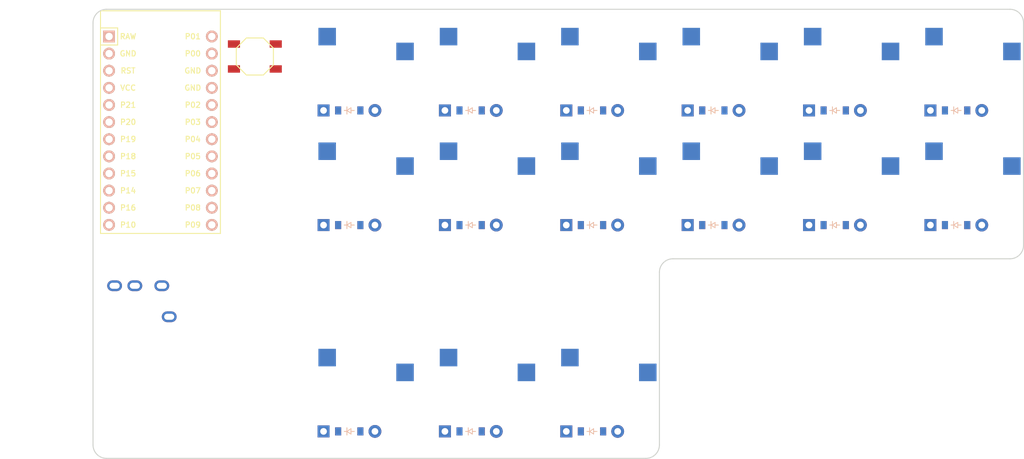
<source format=kicad_pcb>


(kicad_pcb (version 20171130) (host pcbnew 5.1.6)

  (page A3)
  (title_block
    (title "peregrine-lefty")
    (rev "v1.0.0")
    (company "Unknown")
  )

  (general
    (thickness 1.6)
  )

  (layers
    (0 F.Cu signal)
    (31 B.Cu signal)
    (32 B.Adhes user)
    (33 F.Adhes user)
    (34 B.Paste user)
    (35 F.Paste user)
    (36 B.SilkS user)
    (37 F.SilkS user)
    (38 B.Mask user)
    (39 F.Mask user)
    (40 Dwgs.User user)
    (41 Cmts.User user)
    (42 Eco1.User user)
    (43 Eco2.User user)
    (44 Edge.Cuts user)
    (45 Margin user)
    (46 B.CrtYd user)
    (47 F.CrtYd user)
    (48 B.Fab user)
    (49 F.Fab user)
  )

  (setup
    (last_trace_width 0.25)
    (trace_clearance 0.2)
    (zone_clearance 0.508)
    (zone_45_only no)
    (trace_min 0.2)
    (via_size 0.8)
    (via_drill 0.4)
    (via_min_size 0.4)
    (via_min_drill 0.3)
    (uvia_size 0.3)
    (uvia_drill 0.1)
    (uvias_allowed no)
    (uvia_min_size 0.2)
    (uvia_min_drill 0.1)
    (edge_width 0.05)
    (segment_width 0.2)
    (pcb_text_width 0.3)
    (pcb_text_size 1.5 1.5)
    (mod_edge_width 0.12)
    (mod_text_size 1 1)
    (mod_text_width 0.15)
    (pad_size 1.524 1.524)
    (pad_drill 0.762)
    (pad_to_mask_clearance 0.05)
    (aux_axis_origin 0 0)
    (visible_elements FFFFFF7F)
    (pcbplotparams
      (layerselection 0x010fc_ffffffff)
      (usegerberextensions false)
      (usegerberattributes true)
      (usegerberadvancedattributes true)
      (creategerberjobfile true)
      (excludeedgelayer true)
      (linewidth 0.100000)
      (plotframeref false)
      (viasonmask false)
      (mode 1)
      (useauxorigin false)
      (hpglpennumber 1)
      (hpglpenspeed 20)
      (hpglpendiameter 15.000000)
      (psnegative false)
      (psa4output false)
      (plotreference true)
      (plotvalue true)
      (plotinvisibletext false)
      (padsonsilk false)
      (subtractmaskfromsilk false)
      (outputformat 1)
      (mirror false)
      (drillshape 1)
      (scaleselection 1)
      (outputdirectory ""))
  )

  (net 0 "")
(net 1 "P7")
(net 2 "one_bottom")
(net 3 "one_middle")
(net 4 "one_top")
(net 5 "P6")
(net 6 "two_bottom")
(net 7 "two_middle")
(net 8 "two_top")
(net 9 "P5")
(net 10 "three_bottom")
(net 11 "three_middle")
(net 12 "three_top")
(net 13 "P4")
(net 14 "four_middle")
(net 15 "four_top")
(net 16 "P3")
(net 17 "five_middle")
(net 18 "five_top")
(net 19 "P2")
(net 20 "six_middle")
(net 21 "six_top")
(net 22 "P9")
(net 23 "P8")
(net 24 "P16")
(net 25 "RAW")
(net 26 "GND")
(net 27 "RST")
(net 28 "VCC")
(net 29 "P21")
(net 30 "P20")
(net 31 "P19")
(net 32 "P18")
(net 33 "P15")
(net 34 "P14")
(net 35 "P10")
(net 36 "P1")
(net 37 "P0")

  (net_class Default "This is the default net class."
    (clearance 0.2)
    (trace_width 0.25)
    (via_dia 0.8)
    (via_drill 0.4)
    (uvia_dia 0.3)
    (uvia_drill 0.1)
    (add_net "")
(add_net "P7")
(add_net "one_bottom")
(add_net "one_middle")
(add_net "one_top")
(add_net "P6")
(add_net "two_bottom")
(add_net "two_middle")
(add_net "two_top")
(add_net "P5")
(add_net "three_bottom")
(add_net "three_middle")
(add_net "three_top")
(add_net "P4")
(add_net "four_middle")
(add_net "four_top")
(add_net "P3")
(add_net "five_middle")
(add_net "five_top")
(add_net "P2")
(add_net "six_middle")
(add_net "six_top")
(add_net "P9")
(add_net "P8")
(add_net "P16")
(add_net "RAW")
(add_net "GND")
(add_net "RST")
(add_net "VCC")
(add_net "P21")
(add_net "P20")
(add_net "P19")
(add_net "P18")
(add_net "P15")
(add_net "P14")
(add_net "P10")
(add_net "P1")
(add_net "P0")
  )

  
        
      (module PG1350 (layer F.Cu) (tedit 5DD50112)
      (at 100 100 0)

      
      (fp_text reference "S1" (at 0 0) (layer F.SilkS) hide (effects (font (size 1.27 1.27) (thickness 0.15))))
      (fp_text value "" (at 0 0) (layer F.SilkS) hide (effects (font (size 1.27 1.27) (thickness 0.15))))

      
      (fp_line (start -7 -6) (end -7 -7) (layer Dwgs.User) (width 0.15))
      (fp_line (start -7 7) (end -6 7) (layer Dwgs.User) (width 0.15))
      (fp_line (start -6 -7) (end -7 -7) (layer Dwgs.User) (width 0.15))
      (fp_line (start -7 7) (end -7 6) (layer Dwgs.User) (width 0.15))
      (fp_line (start 7 6) (end 7 7) (layer Dwgs.User) (width 0.15))
      (fp_line (start 7 -7) (end 6 -7) (layer Dwgs.User) (width 0.15))
      (fp_line (start 6 7) (end 7 7) (layer Dwgs.User) (width 0.15))
      (fp_line (start 7 -7) (end 7 -6) (layer Dwgs.User) (width 0.15))      
      
      
      (pad "" np_thru_hole circle (at 0 0) (size 3.429 3.429) (drill 3.429) (layers *.Cu *.Mask))
        
      
      (pad "" np_thru_hole circle (at 5.5 0) (size 1.7018 1.7018) (drill 1.7018) (layers *.Cu *.Mask))
      (pad "" np_thru_hole circle (at -5.5 0) (size 1.7018 1.7018) (drill 1.7018) (layers *.Cu *.Mask))
      
        
      
      (fp_line (start -9 -8.5) (end 9 -8.5) (layer Dwgs.User) (width 0.15))
      (fp_line (start 9 -8.5) (end 9 8.5) (layer Dwgs.User) (width 0.15))
      (fp_line (start 9 8.5) (end -9 8.5) (layer Dwgs.User) (width 0.15))
      (fp_line (start -9 8.5) (end -9 -8.5) (layer Dwgs.User) (width 0.15))
      
        
          
          (pad "" np_thru_hole circle (at 5 -3.75) (size 3 3) (drill 3) (layers *.Cu *.Mask))
          (pad "" np_thru_hole circle (at 0 -5.95) (size 3 3) (drill 3) (layers *.Cu *.Mask))
      
          
          (pad 1 smd rect (at -3.275 -5.95 0) (size 2.6 2.6) (layers B.Cu B.Paste B.Mask)  (net 1 "P7"))
          (pad 2 smd rect (at 8.275 -3.75 0) (size 2.6 2.6) (layers B.Cu B.Paste B.Mask)  (net 2 "one_bottom"))
        )
        

        
      (module PG1350 (layer F.Cu) (tedit 5DD50112)
      (at 100 69.4 0)

      
      (fp_text reference "S2" (at 0 0) (layer F.SilkS) hide (effects (font (size 1.27 1.27) (thickness 0.15))))
      (fp_text value "" (at 0 0) (layer F.SilkS) hide (effects (font (size 1.27 1.27) (thickness 0.15))))

      
      (fp_line (start -7 -6) (end -7 -7) (layer Dwgs.User) (width 0.15))
      (fp_line (start -7 7) (end -6 7) (layer Dwgs.User) (width 0.15))
      (fp_line (start -6 -7) (end -7 -7) (layer Dwgs.User) (width 0.15))
      (fp_line (start -7 7) (end -7 6) (layer Dwgs.User) (width 0.15))
      (fp_line (start 7 6) (end 7 7) (layer Dwgs.User) (width 0.15))
      (fp_line (start 7 -7) (end 6 -7) (layer Dwgs.User) (width 0.15))
      (fp_line (start 6 7) (end 7 7) (layer Dwgs.User) (width 0.15))
      (fp_line (start 7 -7) (end 7 -6) (layer Dwgs.User) (width 0.15))      
      
      
      (pad "" np_thru_hole circle (at 0 0) (size 3.429 3.429) (drill 3.429) (layers *.Cu *.Mask))
        
      
      (pad "" np_thru_hole circle (at 5.5 0) (size 1.7018 1.7018) (drill 1.7018) (layers *.Cu *.Mask))
      (pad "" np_thru_hole circle (at -5.5 0) (size 1.7018 1.7018) (drill 1.7018) (layers *.Cu *.Mask))
      
        
      
      (fp_line (start -9 -8.5) (end 9 -8.5) (layer Dwgs.User) (width 0.15))
      (fp_line (start 9 -8.5) (end 9 8.5) (layer Dwgs.User) (width 0.15))
      (fp_line (start 9 8.5) (end -9 8.5) (layer Dwgs.User) (width 0.15))
      (fp_line (start -9 8.5) (end -9 -8.5) (layer Dwgs.User) (width 0.15))
      
        
          
          (pad "" np_thru_hole circle (at 5 -3.75) (size 3 3) (drill 3) (layers *.Cu *.Mask))
          (pad "" np_thru_hole circle (at 0 -5.95) (size 3 3) (drill 3) (layers *.Cu *.Mask))
      
          
          (pad 1 smd rect (at -3.275 -5.95 0) (size 2.6 2.6) (layers B.Cu B.Paste B.Mask)  (net 1 "P7"))
          (pad 2 smd rect (at 8.275 -3.75 0) (size 2.6 2.6) (layers B.Cu B.Paste B.Mask)  (net 3 "one_middle"))
        )
        

        
      (module PG1350 (layer F.Cu) (tedit 5DD50112)
      (at 100 52.400000000000006 0)

      
      (fp_text reference "S3" (at 0 0) (layer F.SilkS) hide (effects (font (size 1.27 1.27) (thickness 0.15))))
      (fp_text value "" (at 0 0) (layer F.SilkS) hide (effects (font (size 1.27 1.27) (thickness 0.15))))

      
      (fp_line (start -7 -6) (end -7 -7) (layer Dwgs.User) (width 0.15))
      (fp_line (start -7 7) (end -6 7) (layer Dwgs.User) (width 0.15))
      (fp_line (start -6 -7) (end -7 -7) (layer Dwgs.User) (width 0.15))
      (fp_line (start -7 7) (end -7 6) (layer Dwgs.User) (width 0.15))
      (fp_line (start 7 6) (end 7 7) (layer Dwgs.User) (width 0.15))
      (fp_line (start 7 -7) (end 6 -7) (layer Dwgs.User) (width 0.15))
      (fp_line (start 6 7) (end 7 7) (layer Dwgs.User) (width 0.15))
      (fp_line (start 7 -7) (end 7 -6) (layer Dwgs.User) (width 0.15))      
      
      
      (pad "" np_thru_hole circle (at 0 0) (size 3.429 3.429) (drill 3.429) (layers *.Cu *.Mask))
        
      
      (pad "" np_thru_hole circle (at 5.5 0) (size 1.7018 1.7018) (drill 1.7018) (layers *.Cu *.Mask))
      (pad "" np_thru_hole circle (at -5.5 0) (size 1.7018 1.7018) (drill 1.7018) (layers *.Cu *.Mask))
      
        
      
      (fp_line (start -9 -8.5) (end 9 -8.5) (layer Dwgs.User) (width 0.15))
      (fp_line (start 9 -8.5) (end 9 8.5) (layer Dwgs.User) (width 0.15))
      (fp_line (start 9 8.5) (end -9 8.5) (layer Dwgs.User) (width 0.15))
      (fp_line (start -9 8.5) (end -9 -8.5) (layer Dwgs.User) (width 0.15))
      
        
          
          (pad "" np_thru_hole circle (at 5 -3.75) (size 3 3) (drill 3) (layers *.Cu *.Mask))
          (pad "" np_thru_hole circle (at 0 -5.95) (size 3 3) (drill 3) (layers *.Cu *.Mask))
      
          
          (pad 1 smd rect (at -3.275 -5.95 0) (size 2.6 2.6) (layers B.Cu B.Paste B.Mask)  (net 1 "P7"))
          (pad 2 smd rect (at 8.275 -3.75 0) (size 2.6 2.6) (layers B.Cu B.Paste B.Mask)  (net 4 "one_top"))
        )
        

        
      (module PG1350 (layer F.Cu) (tedit 5DD50112)
      (at 118 100 0)

      
      (fp_text reference "S4" (at 0 0) (layer F.SilkS) hide (effects (font (size 1.27 1.27) (thickness 0.15))))
      (fp_text value "" (at 0 0) (layer F.SilkS) hide (effects (font (size 1.27 1.27) (thickness 0.15))))

      
      (fp_line (start -7 -6) (end -7 -7) (layer Dwgs.User) (width 0.15))
      (fp_line (start -7 7) (end -6 7) (layer Dwgs.User) (width 0.15))
      (fp_line (start -6 -7) (end -7 -7) (layer Dwgs.User) (width 0.15))
      (fp_line (start -7 7) (end -7 6) (layer Dwgs.User) (width 0.15))
      (fp_line (start 7 6) (end 7 7) (layer Dwgs.User) (width 0.15))
      (fp_line (start 7 -7) (end 6 -7) (layer Dwgs.User) (width 0.15))
      (fp_line (start 6 7) (end 7 7) (layer Dwgs.User) (width 0.15))
      (fp_line (start 7 -7) (end 7 -6) (layer Dwgs.User) (width 0.15))      
      
      
      (pad "" np_thru_hole circle (at 0 0) (size 3.429 3.429) (drill 3.429) (layers *.Cu *.Mask))
        
      
      (pad "" np_thru_hole circle (at 5.5 0) (size 1.7018 1.7018) (drill 1.7018) (layers *.Cu *.Mask))
      (pad "" np_thru_hole circle (at -5.5 0) (size 1.7018 1.7018) (drill 1.7018) (layers *.Cu *.Mask))
      
        
      
      (fp_line (start -9 -8.5) (end 9 -8.5) (layer Dwgs.User) (width 0.15))
      (fp_line (start 9 -8.5) (end 9 8.5) (layer Dwgs.User) (width 0.15))
      (fp_line (start 9 8.5) (end -9 8.5) (layer Dwgs.User) (width 0.15))
      (fp_line (start -9 8.5) (end -9 -8.5) (layer Dwgs.User) (width 0.15))
      
        
          
          (pad "" np_thru_hole circle (at 5 -3.75) (size 3 3) (drill 3) (layers *.Cu *.Mask))
          (pad "" np_thru_hole circle (at 0 -5.95) (size 3 3) (drill 3) (layers *.Cu *.Mask))
      
          
          (pad 1 smd rect (at -3.275 -5.95 0) (size 2.6 2.6) (layers B.Cu B.Paste B.Mask)  (net 5 "P6"))
          (pad 2 smd rect (at 8.275 -3.75 0) (size 2.6 2.6) (layers B.Cu B.Paste B.Mask)  (net 6 "two_bottom"))
        )
        

        
      (module PG1350 (layer F.Cu) (tedit 5DD50112)
      (at 118 69.4 0)

      
      (fp_text reference "S5" (at 0 0) (layer F.SilkS) hide (effects (font (size 1.27 1.27) (thickness 0.15))))
      (fp_text value "" (at 0 0) (layer F.SilkS) hide (effects (font (size 1.27 1.27) (thickness 0.15))))

      
      (fp_line (start -7 -6) (end -7 -7) (layer Dwgs.User) (width 0.15))
      (fp_line (start -7 7) (end -6 7) (layer Dwgs.User) (width 0.15))
      (fp_line (start -6 -7) (end -7 -7) (layer Dwgs.User) (width 0.15))
      (fp_line (start -7 7) (end -7 6) (layer Dwgs.User) (width 0.15))
      (fp_line (start 7 6) (end 7 7) (layer Dwgs.User) (width 0.15))
      (fp_line (start 7 -7) (end 6 -7) (layer Dwgs.User) (width 0.15))
      (fp_line (start 6 7) (end 7 7) (layer Dwgs.User) (width 0.15))
      (fp_line (start 7 -7) (end 7 -6) (layer Dwgs.User) (width 0.15))      
      
      
      (pad "" np_thru_hole circle (at 0 0) (size 3.429 3.429) (drill 3.429) (layers *.Cu *.Mask))
        
      
      (pad "" np_thru_hole circle (at 5.5 0) (size 1.7018 1.7018) (drill 1.7018) (layers *.Cu *.Mask))
      (pad "" np_thru_hole circle (at -5.5 0) (size 1.7018 1.7018) (drill 1.7018) (layers *.Cu *.Mask))
      
        
      
      (fp_line (start -9 -8.5) (end 9 -8.5) (layer Dwgs.User) (width 0.15))
      (fp_line (start 9 -8.5) (end 9 8.5) (layer Dwgs.User) (width 0.15))
      (fp_line (start 9 8.5) (end -9 8.5) (layer Dwgs.User) (width 0.15))
      (fp_line (start -9 8.5) (end -9 -8.5) (layer Dwgs.User) (width 0.15))
      
        
          
          (pad "" np_thru_hole circle (at 5 -3.75) (size 3 3) (drill 3) (layers *.Cu *.Mask))
          (pad "" np_thru_hole circle (at 0 -5.95) (size 3 3) (drill 3) (layers *.Cu *.Mask))
      
          
          (pad 1 smd rect (at -3.275 -5.95 0) (size 2.6 2.6) (layers B.Cu B.Paste B.Mask)  (net 5 "P6"))
          (pad 2 smd rect (at 8.275 -3.75 0) (size 2.6 2.6) (layers B.Cu B.Paste B.Mask)  (net 7 "two_middle"))
        )
        

        
      (module PG1350 (layer F.Cu) (tedit 5DD50112)
      (at 118 52.400000000000006 0)

      
      (fp_text reference "S6" (at 0 0) (layer F.SilkS) hide (effects (font (size 1.27 1.27) (thickness 0.15))))
      (fp_text value "" (at 0 0) (layer F.SilkS) hide (effects (font (size 1.27 1.27) (thickness 0.15))))

      
      (fp_line (start -7 -6) (end -7 -7) (layer Dwgs.User) (width 0.15))
      (fp_line (start -7 7) (end -6 7) (layer Dwgs.User) (width 0.15))
      (fp_line (start -6 -7) (end -7 -7) (layer Dwgs.User) (width 0.15))
      (fp_line (start -7 7) (end -7 6) (layer Dwgs.User) (width 0.15))
      (fp_line (start 7 6) (end 7 7) (layer Dwgs.User) (width 0.15))
      (fp_line (start 7 -7) (end 6 -7) (layer Dwgs.User) (width 0.15))
      (fp_line (start 6 7) (end 7 7) (layer Dwgs.User) (width 0.15))
      (fp_line (start 7 -7) (end 7 -6) (layer Dwgs.User) (width 0.15))      
      
      
      (pad "" np_thru_hole circle (at 0 0) (size 3.429 3.429) (drill 3.429) (layers *.Cu *.Mask))
        
      
      (pad "" np_thru_hole circle (at 5.5 0) (size 1.7018 1.7018) (drill 1.7018) (layers *.Cu *.Mask))
      (pad "" np_thru_hole circle (at -5.5 0) (size 1.7018 1.7018) (drill 1.7018) (layers *.Cu *.Mask))
      
        
      
      (fp_line (start -9 -8.5) (end 9 -8.5) (layer Dwgs.User) (width 0.15))
      (fp_line (start 9 -8.5) (end 9 8.5) (layer Dwgs.User) (width 0.15))
      (fp_line (start 9 8.5) (end -9 8.5) (layer Dwgs.User) (width 0.15))
      (fp_line (start -9 8.5) (end -9 -8.5) (layer Dwgs.User) (width 0.15))
      
        
          
          (pad "" np_thru_hole circle (at 5 -3.75) (size 3 3) (drill 3) (layers *.Cu *.Mask))
          (pad "" np_thru_hole circle (at 0 -5.95) (size 3 3) (drill 3) (layers *.Cu *.Mask))
      
          
          (pad 1 smd rect (at -3.275 -5.95 0) (size 2.6 2.6) (layers B.Cu B.Paste B.Mask)  (net 5 "P6"))
          (pad 2 smd rect (at 8.275 -3.75 0) (size 2.6 2.6) (layers B.Cu B.Paste B.Mask)  (net 8 "two_top"))
        )
        

        
      (module PG1350 (layer F.Cu) (tedit 5DD50112)
      (at 136 100 0)

      
      (fp_text reference "S7" (at 0 0) (layer F.SilkS) hide (effects (font (size 1.27 1.27) (thickness 0.15))))
      (fp_text value "" (at 0 0) (layer F.SilkS) hide (effects (font (size 1.27 1.27) (thickness 0.15))))

      
      (fp_line (start -7 -6) (end -7 -7) (layer Dwgs.User) (width 0.15))
      (fp_line (start -7 7) (end -6 7) (layer Dwgs.User) (width 0.15))
      (fp_line (start -6 -7) (end -7 -7) (layer Dwgs.User) (width 0.15))
      (fp_line (start -7 7) (end -7 6) (layer Dwgs.User) (width 0.15))
      (fp_line (start 7 6) (end 7 7) (layer Dwgs.User) (width 0.15))
      (fp_line (start 7 -7) (end 6 -7) (layer Dwgs.User) (width 0.15))
      (fp_line (start 6 7) (end 7 7) (layer Dwgs.User) (width 0.15))
      (fp_line (start 7 -7) (end 7 -6) (layer Dwgs.User) (width 0.15))      
      
      
      (pad "" np_thru_hole circle (at 0 0) (size 3.429 3.429) (drill 3.429) (layers *.Cu *.Mask))
        
      
      (pad "" np_thru_hole circle (at 5.5 0) (size 1.7018 1.7018) (drill 1.7018) (layers *.Cu *.Mask))
      (pad "" np_thru_hole circle (at -5.5 0) (size 1.7018 1.7018) (drill 1.7018) (layers *.Cu *.Mask))
      
        
      
      (fp_line (start -9 -8.5) (end 9 -8.5) (layer Dwgs.User) (width 0.15))
      (fp_line (start 9 -8.5) (end 9 8.5) (layer Dwgs.User) (width 0.15))
      (fp_line (start 9 8.5) (end -9 8.5) (layer Dwgs.User) (width 0.15))
      (fp_line (start -9 8.5) (end -9 -8.5) (layer Dwgs.User) (width 0.15))
      
        
          
          (pad "" np_thru_hole circle (at 5 -3.75) (size 3 3) (drill 3) (layers *.Cu *.Mask))
          (pad "" np_thru_hole circle (at 0 -5.95) (size 3 3) (drill 3) (layers *.Cu *.Mask))
      
          
          (pad 1 smd rect (at -3.275 -5.95 0) (size 2.6 2.6) (layers B.Cu B.Paste B.Mask)  (net 9 "P5"))
          (pad 2 smd rect (at 8.275 -3.75 0) (size 2.6 2.6) (layers B.Cu B.Paste B.Mask)  (net 10 "three_bottom"))
        )
        

        
      (module PG1350 (layer F.Cu) (tedit 5DD50112)
      (at 136 69.4 0)

      
      (fp_text reference "S8" (at 0 0) (layer F.SilkS) hide (effects (font (size 1.27 1.27) (thickness 0.15))))
      (fp_text value "" (at 0 0) (layer F.SilkS) hide (effects (font (size 1.27 1.27) (thickness 0.15))))

      
      (fp_line (start -7 -6) (end -7 -7) (layer Dwgs.User) (width 0.15))
      (fp_line (start -7 7) (end -6 7) (layer Dwgs.User) (width 0.15))
      (fp_line (start -6 -7) (end -7 -7) (layer Dwgs.User) (width 0.15))
      (fp_line (start -7 7) (end -7 6) (layer Dwgs.User) (width 0.15))
      (fp_line (start 7 6) (end 7 7) (layer Dwgs.User) (width 0.15))
      (fp_line (start 7 -7) (end 6 -7) (layer Dwgs.User) (width 0.15))
      (fp_line (start 6 7) (end 7 7) (layer Dwgs.User) (width 0.15))
      (fp_line (start 7 -7) (end 7 -6) (layer Dwgs.User) (width 0.15))      
      
      
      (pad "" np_thru_hole circle (at 0 0) (size 3.429 3.429) (drill 3.429) (layers *.Cu *.Mask))
        
      
      (pad "" np_thru_hole circle (at 5.5 0) (size 1.7018 1.7018) (drill 1.7018) (layers *.Cu *.Mask))
      (pad "" np_thru_hole circle (at -5.5 0) (size 1.7018 1.7018) (drill 1.7018) (layers *.Cu *.Mask))
      
        
      
      (fp_line (start -9 -8.5) (end 9 -8.5) (layer Dwgs.User) (width 0.15))
      (fp_line (start 9 -8.5) (end 9 8.5) (layer Dwgs.User) (width 0.15))
      (fp_line (start 9 8.5) (end -9 8.5) (layer Dwgs.User) (width 0.15))
      (fp_line (start -9 8.5) (end -9 -8.5) (layer Dwgs.User) (width 0.15))
      
        
          
          (pad "" np_thru_hole circle (at 5 -3.75) (size 3 3) (drill 3) (layers *.Cu *.Mask))
          (pad "" np_thru_hole circle (at 0 -5.95) (size 3 3) (drill 3) (layers *.Cu *.Mask))
      
          
          (pad 1 smd rect (at -3.275 -5.95 0) (size 2.6 2.6) (layers B.Cu B.Paste B.Mask)  (net 9 "P5"))
          (pad 2 smd rect (at 8.275 -3.75 0) (size 2.6 2.6) (layers B.Cu B.Paste B.Mask)  (net 11 "three_middle"))
        )
        

        
      (module PG1350 (layer F.Cu) (tedit 5DD50112)
      (at 136 52.400000000000006 0)

      
      (fp_text reference "S9" (at 0 0) (layer F.SilkS) hide (effects (font (size 1.27 1.27) (thickness 0.15))))
      (fp_text value "" (at 0 0) (layer F.SilkS) hide (effects (font (size 1.27 1.27) (thickness 0.15))))

      
      (fp_line (start -7 -6) (end -7 -7) (layer Dwgs.User) (width 0.15))
      (fp_line (start -7 7) (end -6 7) (layer Dwgs.User) (width 0.15))
      (fp_line (start -6 -7) (end -7 -7) (layer Dwgs.User) (width 0.15))
      (fp_line (start -7 7) (end -7 6) (layer Dwgs.User) (width 0.15))
      (fp_line (start 7 6) (end 7 7) (layer Dwgs.User) (width 0.15))
      (fp_line (start 7 -7) (end 6 -7) (layer Dwgs.User) (width 0.15))
      (fp_line (start 6 7) (end 7 7) (layer Dwgs.User) (width 0.15))
      (fp_line (start 7 -7) (end 7 -6) (layer Dwgs.User) (width 0.15))      
      
      
      (pad "" np_thru_hole circle (at 0 0) (size 3.429 3.429) (drill 3.429) (layers *.Cu *.Mask))
        
      
      (pad "" np_thru_hole circle (at 5.5 0) (size 1.7018 1.7018) (drill 1.7018) (layers *.Cu *.Mask))
      (pad "" np_thru_hole circle (at -5.5 0) (size 1.7018 1.7018) (drill 1.7018) (layers *.Cu *.Mask))
      
        
      
      (fp_line (start -9 -8.5) (end 9 -8.5) (layer Dwgs.User) (width 0.15))
      (fp_line (start 9 -8.5) (end 9 8.5) (layer Dwgs.User) (width 0.15))
      (fp_line (start 9 8.5) (end -9 8.5) (layer Dwgs.User) (width 0.15))
      (fp_line (start -9 8.5) (end -9 -8.5) (layer Dwgs.User) (width 0.15))
      
        
          
          (pad "" np_thru_hole circle (at 5 -3.75) (size 3 3) (drill 3) (layers *.Cu *.Mask))
          (pad "" np_thru_hole circle (at 0 -5.95) (size 3 3) (drill 3) (layers *.Cu *.Mask))
      
          
          (pad 1 smd rect (at -3.275 -5.95 0) (size 2.6 2.6) (layers B.Cu B.Paste B.Mask)  (net 9 "P5"))
          (pad 2 smd rect (at 8.275 -3.75 0) (size 2.6 2.6) (layers B.Cu B.Paste B.Mask)  (net 12 "three_top"))
        )
        

        
      (module PG1350 (layer F.Cu) (tedit 5DD50112)
      (at 154 69.4 0)

      
      (fp_text reference "S10" (at 0 0) (layer F.SilkS) hide (effects (font (size 1.27 1.27) (thickness 0.15))))
      (fp_text value "" (at 0 0) (layer F.SilkS) hide (effects (font (size 1.27 1.27) (thickness 0.15))))

      
      (fp_line (start -7 -6) (end -7 -7) (layer Dwgs.User) (width 0.15))
      (fp_line (start -7 7) (end -6 7) (layer Dwgs.User) (width 0.15))
      (fp_line (start -6 -7) (end -7 -7) (layer Dwgs.User) (width 0.15))
      (fp_line (start -7 7) (end -7 6) (layer Dwgs.User) (width 0.15))
      (fp_line (start 7 6) (end 7 7) (layer Dwgs.User) (width 0.15))
      (fp_line (start 7 -7) (end 6 -7) (layer Dwgs.User) (width 0.15))
      (fp_line (start 6 7) (end 7 7) (layer Dwgs.User) (width 0.15))
      (fp_line (start 7 -7) (end 7 -6) (layer Dwgs.User) (width 0.15))      
      
      
      (pad "" np_thru_hole circle (at 0 0) (size 3.429 3.429) (drill 3.429) (layers *.Cu *.Mask))
        
      
      (pad "" np_thru_hole circle (at 5.5 0) (size 1.7018 1.7018) (drill 1.7018) (layers *.Cu *.Mask))
      (pad "" np_thru_hole circle (at -5.5 0) (size 1.7018 1.7018) (drill 1.7018) (layers *.Cu *.Mask))
      
        
      
      (fp_line (start -9 -8.5) (end 9 -8.5) (layer Dwgs.User) (width 0.15))
      (fp_line (start 9 -8.5) (end 9 8.5) (layer Dwgs.User) (width 0.15))
      (fp_line (start 9 8.5) (end -9 8.5) (layer Dwgs.User) (width 0.15))
      (fp_line (start -9 8.5) (end -9 -8.5) (layer Dwgs.User) (width 0.15))
      
        
          
          (pad "" np_thru_hole circle (at 5 -3.75) (size 3 3) (drill 3) (layers *.Cu *.Mask))
          (pad "" np_thru_hole circle (at 0 -5.95) (size 3 3) (drill 3) (layers *.Cu *.Mask))
      
          
          (pad 1 smd rect (at -3.275 -5.95 0) (size 2.6 2.6) (layers B.Cu B.Paste B.Mask)  (net 13 "P4"))
          (pad 2 smd rect (at 8.275 -3.75 0) (size 2.6 2.6) (layers B.Cu B.Paste B.Mask)  (net 14 "four_middle"))
        )
        

        
      (module PG1350 (layer F.Cu) (tedit 5DD50112)
      (at 154 52.400000000000006 0)

      
      (fp_text reference "S11" (at 0 0) (layer F.SilkS) hide (effects (font (size 1.27 1.27) (thickness 0.15))))
      (fp_text value "" (at 0 0) (layer F.SilkS) hide (effects (font (size 1.27 1.27) (thickness 0.15))))

      
      (fp_line (start -7 -6) (end -7 -7) (layer Dwgs.User) (width 0.15))
      (fp_line (start -7 7) (end -6 7) (layer Dwgs.User) (width 0.15))
      (fp_line (start -6 -7) (end -7 -7) (layer Dwgs.User) (width 0.15))
      (fp_line (start -7 7) (end -7 6) (layer Dwgs.User) (width 0.15))
      (fp_line (start 7 6) (end 7 7) (layer Dwgs.User) (width 0.15))
      (fp_line (start 7 -7) (end 6 -7) (layer Dwgs.User) (width 0.15))
      (fp_line (start 6 7) (end 7 7) (layer Dwgs.User) (width 0.15))
      (fp_line (start 7 -7) (end 7 -6) (layer Dwgs.User) (width 0.15))      
      
      
      (pad "" np_thru_hole circle (at 0 0) (size 3.429 3.429) (drill 3.429) (layers *.Cu *.Mask))
        
      
      (pad "" np_thru_hole circle (at 5.5 0) (size 1.7018 1.7018) (drill 1.7018) (layers *.Cu *.Mask))
      (pad "" np_thru_hole circle (at -5.5 0) (size 1.7018 1.7018) (drill 1.7018) (layers *.Cu *.Mask))
      
        
      
      (fp_line (start -9 -8.5) (end 9 -8.5) (layer Dwgs.User) (width 0.15))
      (fp_line (start 9 -8.5) (end 9 8.5) (layer Dwgs.User) (width 0.15))
      (fp_line (start 9 8.5) (end -9 8.5) (layer Dwgs.User) (width 0.15))
      (fp_line (start -9 8.5) (end -9 -8.5) (layer Dwgs.User) (width 0.15))
      
        
          
          (pad "" np_thru_hole circle (at 5 -3.75) (size 3 3) (drill 3) (layers *.Cu *.Mask))
          (pad "" np_thru_hole circle (at 0 -5.95) (size 3 3) (drill 3) (layers *.Cu *.Mask))
      
          
          (pad 1 smd rect (at -3.275 -5.95 0) (size 2.6 2.6) (layers B.Cu B.Paste B.Mask)  (net 13 "P4"))
          (pad 2 smd rect (at 8.275 -3.75 0) (size 2.6 2.6) (layers B.Cu B.Paste B.Mask)  (net 15 "four_top"))
        )
        

        
      (module PG1350 (layer F.Cu) (tedit 5DD50112)
      (at 172 69.4 0)

      
      (fp_text reference "S12" (at 0 0) (layer F.SilkS) hide (effects (font (size 1.27 1.27) (thickness 0.15))))
      (fp_text value "" (at 0 0) (layer F.SilkS) hide (effects (font (size 1.27 1.27) (thickness 0.15))))

      
      (fp_line (start -7 -6) (end -7 -7) (layer Dwgs.User) (width 0.15))
      (fp_line (start -7 7) (end -6 7) (layer Dwgs.User) (width 0.15))
      (fp_line (start -6 -7) (end -7 -7) (layer Dwgs.User) (width 0.15))
      (fp_line (start -7 7) (end -7 6) (layer Dwgs.User) (width 0.15))
      (fp_line (start 7 6) (end 7 7) (layer Dwgs.User) (width 0.15))
      (fp_line (start 7 -7) (end 6 -7) (layer Dwgs.User) (width 0.15))
      (fp_line (start 6 7) (end 7 7) (layer Dwgs.User) (width 0.15))
      (fp_line (start 7 -7) (end 7 -6) (layer Dwgs.User) (width 0.15))      
      
      
      (pad "" np_thru_hole circle (at 0 0) (size 3.429 3.429) (drill 3.429) (layers *.Cu *.Mask))
        
      
      (pad "" np_thru_hole circle (at 5.5 0) (size 1.7018 1.7018) (drill 1.7018) (layers *.Cu *.Mask))
      (pad "" np_thru_hole circle (at -5.5 0) (size 1.7018 1.7018) (drill 1.7018) (layers *.Cu *.Mask))
      
        
      
      (fp_line (start -9 -8.5) (end 9 -8.5) (layer Dwgs.User) (width 0.15))
      (fp_line (start 9 -8.5) (end 9 8.5) (layer Dwgs.User) (width 0.15))
      (fp_line (start 9 8.5) (end -9 8.5) (layer Dwgs.User) (width 0.15))
      (fp_line (start -9 8.5) (end -9 -8.5) (layer Dwgs.User) (width 0.15))
      
        
          
          (pad "" np_thru_hole circle (at 5 -3.75) (size 3 3) (drill 3) (layers *.Cu *.Mask))
          (pad "" np_thru_hole circle (at 0 -5.95) (size 3 3) (drill 3) (layers *.Cu *.Mask))
      
          
          (pad 1 smd rect (at -3.275 -5.95 0) (size 2.6 2.6) (layers B.Cu B.Paste B.Mask)  (net 16 "P3"))
          (pad 2 smd rect (at 8.275 -3.75 0) (size 2.6 2.6) (layers B.Cu B.Paste B.Mask)  (net 17 "five_middle"))
        )
        

        
      (module PG1350 (layer F.Cu) (tedit 5DD50112)
      (at 172 52.400000000000006 0)

      
      (fp_text reference "S13" (at 0 0) (layer F.SilkS) hide (effects (font (size 1.27 1.27) (thickness 0.15))))
      (fp_text value "" (at 0 0) (layer F.SilkS) hide (effects (font (size 1.27 1.27) (thickness 0.15))))

      
      (fp_line (start -7 -6) (end -7 -7) (layer Dwgs.User) (width 0.15))
      (fp_line (start -7 7) (end -6 7) (layer Dwgs.User) (width 0.15))
      (fp_line (start -6 -7) (end -7 -7) (layer Dwgs.User) (width 0.15))
      (fp_line (start -7 7) (end -7 6) (layer Dwgs.User) (width 0.15))
      (fp_line (start 7 6) (end 7 7) (layer Dwgs.User) (width 0.15))
      (fp_line (start 7 -7) (end 6 -7) (layer Dwgs.User) (width 0.15))
      (fp_line (start 6 7) (end 7 7) (layer Dwgs.User) (width 0.15))
      (fp_line (start 7 -7) (end 7 -6) (layer Dwgs.User) (width 0.15))      
      
      
      (pad "" np_thru_hole circle (at 0 0) (size 3.429 3.429) (drill 3.429) (layers *.Cu *.Mask))
        
      
      (pad "" np_thru_hole circle (at 5.5 0) (size 1.7018 1.7018) (drill 1.7018) (layers *.Cu *.Mask))
      (pad "" np_thru_hole circle (at -5.5 0) (size 1.7018 1.7018) (drill 1.7018) (layers *.Cu *.Mask))
      
        
      
      (fp_line (start -9 -8.5) (end 9 -8.5) (layer Dwgs.User) (width 0.15))
      (fp_line (start 9 -8.5) (end 9 8.5) (layer Dwgs.User) (width 0.15))
      (fp_line (start 9 8.5) (end -9 8.5) (layer Dwgs.User) (width 0.15))
      (fp_line (start -9 8.5) (end -9 -8.5) (layer Dwgs.User) (width 0.15))
      
        
          
          (pad "" np_thru_hole circle (at 5 -3.75) (size 3 3) (drill 3) (layers *.Cu *.Mask))
          (pad "" np_thru_hole circle (at 0 -5.95) (size 3 3) (drill 3) (layers *.Cu *.Mask))
      
          
          (pad 1 smd rect (at -3.275 -5.95 0) (size 2.6 2.6) (layers B.Cu B.Paste B.Mask)  (net 16 "P3"))
          (pad 2 smd rect (at 8.275 -3.75 0) (size 2.6 2.6) (layers B.Cu B.Paste B.Mask)  (net 18 "five_top"))
        )
        

        
      (module PG1350 (layer F.Cu) (tedit 5DD50112)
      (at 190 69.4 0)

      
      (fp_text reference "S14" (at 0 0) (layer F.SilkS) hide (effects (font (size 1.27 1.27) (thickness 0.15))))
      (fp_text value "" (at 0 0) (layer F.SilkS) hide (effects (font (size 1.27 1.27) (thickness 0.15))))

      
      (fp_line (start -7 -6) (end -7 -7) (layer Dwgs.User) (width 0.15))
      (fp_line (start -7 7) (end -6 7) (layer Dwgs.User) (width 0.15))
      (fp_line (start -6 -7) (end -7 -7) (layer Dwgs.User) (width 0.15))
      (fp_line (start -7 7) (end -7 6) (layer Dwgs.User) (width 0.15))
      (fp_line (start 7 6) (end 7 7) (layer Dwgs.User) (width 0.15))
      (fp_line (start 7 -7) (end 6 -7) (layer Dwgs.User) (width 0.15))
      (fp_line (start 6 7) (end 7 7) (layer Dwgs.User) (width 0.15))
      (fp_line (start 7 -7) (end 7 -6) (layer Dwgs.User) (width 0.15))      
      
      
      (pad "" np_thru_hole circle (at 0 0) (size 3.429 3.429) (drill 3.429) (layers *.Cu *.Mask))
        
      
      (pad "" np_thru_hole circle (at 5.5 0) (size 1.7018 1.7018) (drill 1.7018) (layers *.Cu *.Mask))
      (pad "" np_thru_hole circle (at -5.5 0) (size 1.7018 1.7018) (drill 1.7018) (layers *.Cu *.Mask))
      
        
      
      (fp_line (start -9 -8.5) (end 9 -8.5) (layer Dwgs.User) (width 0.15))
      (fp_line (start 9 -8.5) (end 9 8.5) (layer Dwgs.User) (width 0.15))
      (fp_line (start 9 8.5) (end -9 8.5) (layer Dwgs.User) (width 0.15))
      (fp_line (start -9 8.5) (end -9 -8.5) (layer Dwgs.User) (width 0.15))
      
        
          
          (pad "" np_thru_hole circle (at 5 -3.75) (size 3 3) (drill 3) (layers *.Cu *.Mask))
          (pad "" np_thru_hole circle (at 0 -5.95) (size 3 3) (drill 3) (layers *.Cu *.Mask))
      
          
          (pad 1 smd rect (at -3.275 -5.95 0) (size 2.6 2.6) (layers B.Cu B.Paste B.Mask)  (net 19 "P2"))
          (pad 2 smd rect (at 8.275 -3.75 0) (size 2.6 2.6) (layers B.Cu B.Paste B.Mask)  (net 20 "six_middle"))
        )
        

        
      (module PG1350 (layer F.Cu) (tedit 5DD50112)
      (at 190 52.400000000000006 0)

      
      (fp_text reference "S15" (at 0 0) (layer F.SilkS) hide (effects (font (size 1.27 1.27) (thickness 0.15))))
      (fp_text value "" (at 0 0) (layer F.SilkS) hide (effects (font (size 1.27 1.27) (thickness 0.15))))

      
      (fp_line (start -7 -6) (end -7 -7) (layer Dwgs.User) (width 0.15))
      (fp_line (start -7 7) (end -6 7) (layer Dwgs.User) (width 0.15))
      (fp_line (start -6 -7) (end -7 -7) (layer Dwgs.User) (width 0.15))
      (fp_line (start -7 7) (end -7 6) (layer Dwgs.User) (width 0.15))
      (fp_line (start 7 6) (end 7 7) (layer Dwgs.User) (width 0.15))
      (fp_line (start 7 -7) (end 6 -7) (layer Dwgs.User) (width 0.15))
      (fp_line (start 6 7) (end 7 7) (layer Dwgs.User) (width 0.15))
      (fp_line (start 7 -7) (end 7 -6) (layer Dwgs.User) (width 0.15))      
      
      
      (pad "" np_thru_hole circle (at 0 0) (size 3.429 3.429) (drill 3.429) (layers *.Cu *.Mask))
        
      
      (pad "" np_thru_hole circle (at 5.5 0) (size 1.7018 1.7018) (drill 1.7018) (layers *.Cu *.Mask))
      (pad "" np_thru_hole circle (at -5.5 0) (size 1.7018 1.7018) (drill 1.7018) (layers *.Cu *.Mask))
      
        
      
      (fp_line (start -9 -8.5) (end 9 -8.5) (layer Dwgs.User) (width 0.15))
      (fp_line (start 9 -8.5) (end 9 8.5) (layer Dwgs.User) (width 0.15))
      (fp_line (start 9 8.5) (end -9 8.5) (layer Dwgs.User) (width 0.15))
      (fp_line (start -9 8.5) (end -9 -8.5) (layer Dwgs.User) (width 0.15))
      
        
          
          (pad "" np_thru_hole circle (at 5 -3.75) (size 3 3) (drill 3) (layers *.Cu *.Mask))
          (pad "" np_thru_hole circle (at 0 -5.95) (size 3 3) (drill 3) (layers *.Cu *.Mask))
      
          
          (pad 1 smd rect (at -3.275 -5.95 0) (size 2.6 2.6) (layers B.Cu B.Paste B.Mask)  (net 19 "P2"))
          (pad 2 smd rect (at 8.275 -3.75 0) (size 2.6 2.6) (layers B.Cu B.Paste B.Mask)  (net 21 "six_top"))
        )
        

  
    (module ComboDiode (layer F.Cu) (tedit 5B24D78E)


        (at 100 105 0)

        
        (fp_text reference "D1" (at 0 0) (layer F.SilkS) hide (effects (font (size 1.27 1.27) (thickness 0.15))))
        (fp_text value "" (at 0 0) (layer F.SilkS) hide (effects (font (size 1.27 1.27) (thickness 0.15))))
        
        
        (fp_line (start 0.25 0) (end 0.75 0) (layer F.SilkS) (width 0.1))
        (fp_line (start 0.25 0.4) (end -0.35 0) (layer F.SilkS) (width 0.1))
        (fp_line (start 0.25 -0.4) (end 0.25 0.4) (layer F.SilkS) (width 0.1))
        (fp_line (start -0.35 0) (end 0.25 -0.4) (layer F.SilkS) (width 0.1))
        (fp_line (start -0.35 0) (end -0.35 0.55) (layer F.SilkS) (width 0.1))
        (fp_line (start -0.35 0) (end -0.35 -0.55) (layer F.SilkS) (width 0.1))
        (fp_line (start -0.75 0) (end -0.35 0) (layer F.SilkS) (width 0.1))
        (fp_line (start 0.25 0) (end 0.75 0) (layer B.SilkS) (width 0.1))
        (fp_line (start 0.25 0.4) (end -0.35 0) (layer B.SilkS) (width 0.1))
        (fp_line (start 0.25 -0.4) (end 0.25 0.4) (layer B.SilkS) (width 0.1))
        (fp_line (start -0.35 0) (end 0.25 -0.4) (layer B.SilkS) (width 0.1))
        (fp_line (start -0.35 0) (end -0.35 0.55) (layer B.SilkS) (width 0.1))
        (fp_line (start -0.35 0) (end -0.35 -0.55) (layer B.SilkS) (width 0.1))
        (fp_line (start -0.75 0) (end -0.35 0) (layer B.SilkS) (width 0.1))
    
        
        (pad 1 smd rect (at -1.65 0 0) (size 0.9 1.2) (layers F.Cu F.Paste F.Mask) (net 22 "P9"))
        (pad 2 smd rect (at 1.65 0 0) (size 0.9 1.2) (layers B.Cu B.Paste B.Mask) (net 2 "one_bottom"))
        (pad 1 smd rect (at -1.65 0 0) (size 0.9 1.2) (layers B.Cu B.Paste B.Mask) (net 22 "P9"))
        (pad 2 smd rect (at 1.65 0 0) (size 0.9 1.2) (layers F.Cu F.Paste F.Mask) (net 2 "one_bottom"))
        
        
        (pad 1 thru_hole rect (at -3.81 0 0) (size 1.778 1.778) (drill 0.9906) (layers *.Cu *.Mask) (net 22 "P9"))
        (pad 2 thru_hole circle (at 3.81 0 0) (size 1.905 1.905) (drill 0.9906) (layers *.Cu *.Mask) (net 2 "one_bottom"))
    )
  
    

  
    (module ComboDiode (layer F.Cu) (tedit 5B24D78E)


        (at 100 74.4 0)

        
        (fp_text reference "D2" (at 0 0) (layer F.SilkS) hide (effects (font (size 1.27 1.27) (thickness 0.15))))
        (fp_text value "" (at 0 0) (layer F.SilkS) hide (effects (font (size 1.27 1.27) (thickness 0.15))))
        
        
        (fp_line (start 0.25 0) (end 0.75 0) (layer F.SilkS) (width 0.1))
        (fp_line (start 0.25 0.4) (end -0.35 0) (layer F.SilkS) (width 0.1))
        (fp_line (start 0.25 -0.4) (end 0.25 0.4) (layer F.SilkS) (width 0.1))
        (fp_line (start -0.35 0) (end 0.25 -0.4) (layer F.SilkS) (width 0.1))
        (fp_line (start -0.35 0) (end -0.35 0.55) (layer F.SilkS) (width 0.1))
        (fp_line (start -0.35 0) (end -0.35 -0.55) (layer F.SilkS) (width 0.1))
        (fp_line (start -0.75 0) (end -0.35 0) (layer F.SilkS) (width 0.1))
        (fp_line (start 0.25 0) (end 0.75 0) (layer B.SilkS) (width 0.1))
        (fp_line (start 0.25 0.4) (end -0.35 0) (layer B.SilkS) (width 0.1))
        (fp_line (start 0.25 -0.4) (end 0.25 0.4) (layer B.SilkS) (width 0.1))
        (fp_line (start -0.35 0) (end 0.25 -0.4) (layer B.SilkS) (width 0.1))
        (fp_line (start -0.35 0) (end -0.35 0.55) (layer B.SilkS) (width 0.1))
        (fp_line (start -0.35 0) (end -0.35 -0.55) (layer B.SilkS) (width 0.1))
        (fp_line (start -0.75 0) (end -0.35 0) (layer B.SilkS) (width 0.1))
    
        
        (pad 1 smd rect (at -1.65 0 0) (size 0.9 1.2) (layers F.Cu F.Paste F.Mask) (net 23 "P8"))
        (pad 2 smd rect (at 1.65 0 0) (size 0.9 1.2) (layers B.Cu B.Paste B.Mask) (net 3 "one_middle"))
        (pad 1 smd rect (at -1.65 0 0) (size 0.9 1.2) (layers B.Cu B.Paste B.Mask) (net 23 "P8"))
        (pad 2 smd rect (at 1.65 0 0) (size 0.9 1.2) (layers F.Cu F.Paste F.Mask) (net 3 "one_middle"))
        
        
        (pad 1 thru_hole rect (at -3.81 0 0) (size 1.778 1.778) (drill 0.9906) (layers *.Cu *.Mask) (net 23 "P8"))
        (pad 2 thru_hole circle (at 3.81 0 0) (size 1.905 1.905) (drill 0.9906) (layers *.Cu *.Mask) (net 3 "one_middle"))
    )
  
    

  
    (module ComboDiode (layer F.Cu) (tedit 5B24D78E)


        (at 100 57.400000000000006 0)

        
        (fp_text reference "D3" (at 0 0) (layer F.SilkS) hide (effects (font (size 1.27 1.27) (thickness 0.15))))
        (fp_text value "" (at 0 0) (layer F.SilkS) hide (effects (font (size 1.27 1.27) (thickness 0.15))))
        
        
        (fp_line (start 0.25 0) (end 0.75 0) (layer F.SilkS) (width 0.1))
        (fp_line (start 0.25 0.4) (end -0.35 0) (layer F.SilkS) (width 0.1))
        (fp_line (start 0.25 -0.4) (end 0.25 0.4) (layer F.SilkS) (width 0.1))
        (fp_line (start -0.35 0) (end 0.25 -0.4) (layer F.SilkS) (width 0.1))
        (fp_line (start -0.35 0) (end -0.35 0.55) (layer F.SilkS) (width 0.1))
        (fp_line (start -0.35 0) (end -0.35 -0.55) (layer F.SilkS) (width 0.1))
        (fp_line (start -0.75 0) (end -0.35 0) (layer F.SilkS) (width 0.1))
        (fp_line (start 0.25 0) (end 0.75 0) (layer B.SilkS) (width 0.1))
        (fp_line (start 0.25 0.4) (end -0.35 0) (layer B.SilkS) (width 0.1))
        (fp_line (start 0.25 -0.4) (end 0.25 0.4) (layer B.SilkS) (width 0.1))
        (fp_line (start -0.35 0) (end 0.25 -0.4) (layer B.SilkS) (width 0.1))
        (fp_line (start -0.35 0) (end -0.35 0.55) (layer B.SilkS) (width 0.1))
        (fp_line (start -0.35 0) (end -0.35 -0.55) (layer B.SilkS) (width 0.1))
        (fp_line (start -0.75 0) (end -0.35 0) (layer B.SilkS) (width 0.1))
    
        
        (pad 1 smd rect (at -1.65 0 0) (size 0.9 1.2) (layers F.Cu F.Paste F.Mask) (net 24 "P16"))
        (pad 2 smd rect (at 1.65 0 0) (size 0.9 1.2) (layers B.Cu B.Paste B.Mask) (net 4 "one_top"))
        (pad 1 smd rect (at -1.65 0 0) (size 0.9 1.2) (layers B.Cu B.Paste B.Mask) (net 24 "P16"))
        (pad 2 smd rect (at 1.65 0 0) (size 0.9 1.2) (layers F.Cu F.Paste F.Mask) (net 4 "one_top"))
        
        
        (pad 1 thru_hole rect (at -3.81 0 0) (size 1.778 1.778) (drill 0.9906) (layers *.Cu *.Mask) (net 24 "P16"))
        (pad 2 thru_hole circle (at 3.81 0 0) (size 1.905 1.905) (drill 0.9906) (layers *.Cu *.Mask) (net 4 "one_top"))
    )
  
    

  
    (module ComboDiode (layer F.Cu) (tedit 5B24D78E)


        (at 118 105 0)

        
        (fp_text reference "D4" (at 0 0) (layer F.SilkS) hide (effects (font (size 1.27 1.27) (thickness 0.15))))
        (fp_text value "" (at 0 0) (layer F.SilkS) hide (effects (font (size 1.27 1.27) (thickness 0.15))))
        
        
        (fp_line (start 0.25 0) (end 0.75 0) (layer F.SilkS) (width 0.1))
        (fp_line (start 0.25 0.4) (end -0.35 0) (layer F.SilkS) (width 0.1))
        (fp_line (start 0.25 -0.4) (end 0.25 0.4) (layer F.SilkS) (width 0.1))
        (fp_line (start -0.35 0) (end 0.25 -0.4) (layer F.SilkS) (width 0.1))
        (fp_line (start -0.35 0) (end -0.35 0.55) (layer F.SilkS) (width 0.1))
        (fp_line (start -0.35 0) (end -0.35 -0.55) (layer F.SilkS) (width 0.1))
        (fp_line (start -0.75 0) (end -0.35 0) (layer F.SilkS) (width 0.1))
        (fp_line (start 0.25 0) (end 0.75 0) (layer B.SilkS) (width 0.1))
        (fp_line (start 0.25 0.4) (end -0.35 0) (layer B.SilkS) (width 0.1))
        (fp_line (start 0.25 -0.4) (end 0.25 0.4) (layer B.SilkS) (width 0.1))
        (fp_line (start -0.35 0) (end 0.25 -0.4) (layer B.SilkS) (width 0.1))
        (fp_line (start -0.35 0) (end -0.35 0.55) (layer B.SilkS) (width 0.1))
        (fp_line (start -0.35 0) (end -0.35 -0.55) (layer B.SilkS) (width 0.1))
        (fp_line (start -0.75 0) (end -0.35 0) (layer B.SilkS) (width 0.1))
    
        
        (pad 1 smd rect (at -1.65 0 0) (size 0.9 1.2) (layers F.Cu F.Paste F.Mask) (net 22 "P9"))
        (pad 2 smd rect (at 1.65 0 0) (size 0.9 1.2) (layers B.Cu B.Paste B.Mask) (net 6 "two_bottom"))
        (pad 1 smd rect (at -1.65 0 0) (size 0.9 1.2) (layers B.Cu B.Paste B.Mask) (net 22 "P9"))
        (pad 2 smd rect (at 1.65 0 0) (size 0.9 1.2) (layers F.Cu F.Paste F.Mask) (net 6 "two_bottom"))
        
        
        (pad 1 thru_hole rect (at -3.81 0 0) (size 1.778 1.778) (drill 0.9906) (layers *.Cu *.Mask) (net 22 "P9"))
        (pad 2 thru_hole circle (at 3.81 0 0) (size 1.905 1.905) (drill 0.9906) (layers *.Cu *.Mask) (net 6 "two_bottom"))
    )
  
    

  
    (module ComboDiode (layer F.Cu) (tedit 5B24D78E)


        (at 118 74.4 0)

        
        (fp_text reference "D5" (at 0 0) (layer F.SilkS) hide (effects (font (size 1.27 1.27) (thickness 0.15))))
        (fp_text value "" (at 0 0) (layer F.SilkS) hide (effects (font (size 1.27 1.27) (thickness 0.15))))
        
        
        (fp_line (start 0.25 0) (end 0.75 0) (layer F.SilkS) (width 0.1))
        (fp_line (start 0.25 0.4) (end -0.35 0) (layer F.SilkS) (width 0.1))
        (fp_line (start 0.25 -0.4) (end 0.25 0.4) (layer F.SilkS) (width 0.1))
        (fp_line (start -0.35 0) (end 0.25 -0.4) (layer F.SilkS) (width 0.1))
        (fp_line (start -0.35 0) (end -0.35 0.55) (layer F.SilkS) (width 0.1))
        (fp_line (start -0.35 0) (end -0.35 -0.55) (layer F.SilkS) (width 0.1))
        (fp_line (start -0.75 0) (end -0.35 0) (layer F.SilkS) (width 0.1))
        (fp_line (start 0.25 0) (end 0.75 0) (layer B.SilkS) (width 0.1))
        (fp_line (start 0.25 0.4) (end -0.35 0) (layer B.SilkS) (width 0.1))
        (fp_line (start 0.25 -0.4) (end 0.25 0.4) (layer B.SilkS) (width 0.1))
        (fp_line (start -0.35 0) (end 0.25 -0.4) (layer B.SilkS) (width 0.1))
        (fp_line (start -0.35 0) (end -0.35 0.55) (layer B.SilkS) (width 0.1))
        (fp_line (start -0.35 0) (end -0.35 -0.55) (layer B.SilkS) (width 0.1))
        (fp_line (start -0.75 0) (end -0.35 0) (layer B.SilkS) (width 0.1))
    
        
        (pad 1 smd rect (at -1.65 0 0) (size 0.9 1.2) (layers F.Cu F.Paste F.Mask) (net 23 "P8"))
        (pad 2 smd rect (at 1.65 0 0) (size 0.9 1.2) (layers B.Cu B.Paste B.Mask) (net 7 "two_middle"))
        (pad 1 smd rect (at -1.65 0 0) (size 0.9 1.2) (layers B.Cu B.Paste B.Mask) (net 23 "P8"))
        (pad 2 smd rect (at 1.65 0 0) (size 0.9 1.2) (layers F.Cu F.Paste F.Mask) (net 7 "two_middle"))
        
        
        (pad 1 thru_hole rect (at -3.81 0 0) (size 1.778 1.778) (drill 0.9906) (layers *.Cu *.Mask) (net 23 "P8"))
        (pad 2 thru_hole circle (at 3.81 0 0) (size 1.905 1.905) (drill 0.9906) (layers *.Cu *.Mask) (net 7 "two_middle"))
    )
  
    

  
    (module ComboDiode (layer F.Cu) (tedit 5B24D78E)


        (at 118 57.400000000000006 0)

        
        (fp_text reference "D6" (at 0 0) (layer F.SilkS) hide (effects (font (size 1.27 1.27) (thickness 0.15))))
        (fp_text value "" (at 0 0) (layer F.SilkS) hide (effects (font (size 1.27 1.27) (thickness 0.15))))
        
        
        (fp_line (start 0.25 0) (end 0.75 0) (layer F.SilkS) (width 0.1))
        (fp_line (start 0.25 0.4) (end -0.35 0) (layer F.SilkS) (width 0.1))
        (fp_line (start 0.25 -0.4) (end 0.25 0.4) (layer F.SilkS) (width 0.1))
        (fp_line (start -0.35 0) (end 0.25 -0.4) (layer F.SilkS) (width 0.1))
        (fp_line (start -0.35 0) (end -0.35 0.55) (layer F.SilkS) (width 0.1))
        (fp_line (start -0.35 0) (end -0.35 -0.55) (layer F.SilkS) (width 0.1))
        (fp_line (start -0.75 0) (end -0.35 0) (layer F.SilkS) (width 0.1))
        (fp_line (start 0.25 0) (end 0.75 0) (layer B.SilkS) (width 0.1))
        (fp_line (start 0.25 0.4) (end -0.35 0) (layer B.SilkS) (width 0.1))
        (fp_line (start 0.25 -0.4) (end 0.25 0.4) (layer B.SilkS) (width 0.1))
        (fp_line (start -0.35 0) (end 0.25 -0.4) (layer B.SilkS) (width 0.1))
        (fp_line (start -0.35 0) (end -0.35 0.55) (layer B.SilkS) (width 0.1))
        (fp_line (start -0.35 0) (end -0.35 -0.55) (layer B.SilkS) (width 0.1))
        (fp_line (start -0.75 0) (end -0.35 0) (layer B.SilkS) (width 0.1))
    
        
        (pad 1 smd rect (at -1.65 0 0) (size 0.9 1.2) (layers F.Cu F.Paste F.Mask) (net 24 "P16"))
        (pad 2 smd rect (at 1.65 0 0) (size 0.9 1.2) (layers B.Cu B.Paste B.Mask) (net 8 "two_top"))
        (pad 1 smd rect (at -1.65 0 0) (size 0.9 1.2) (layers B.Cu B.Paste B.Mask) (net 24 "P16"))
        (pad 2 smd rect (at 1.65 0 0) (size 0.9 1.2) (layers F.Cu F.Paste F.Mask) (net 8 "two_top"))
        
        
        (pad 1 thru_hole rect (at -3.81 0 0) (size 1.778 1.778) (drill 0.9906) (layers *.Cu *.Mask) (net 24 "P16"))
        (pad 2 thru_hole circle (at 3.81 0 0) (size 1.905 1.905) (drill 0.9906) (layers *.Cu *.Mask) (net 8 "two_top"))
    )
  
    

  
    (module ComboDiode (layer F.Cu) (tedit 5B24D78E)


        (at 136 105 0)

        
        (fp_text reference "D7" (at 0 0) (layer F.SilkS) hide (effects (font (size 1.27 1.27) (thickness 0.15))))
        (fp_text value "" (at 0 0) (layer F.SilkS) hide (effects (font (size 1.27 1.27) (thickness 0.15))))
        
        
        (fp_line (start 0.25 0) (end 0.75 0) (layer F.SilkS) (width 0.1))
        (fp_line (start 0.25 0.4) (end -0.35 0) (layer F.SilkS) (width 0.1))
        (fp_line (start 0.25 -0.4) (end 0.25 0.4) (layer F.SilkS) (width 0.1))
        (fp_line (start -0.35 0) (end 0.25 -0.4) (layer F.SilkS) (width 0.1))
        (fp_line (start -0.35 0) (end -0.35 0.55) (layer F.SilkS) (width 0.1))
        (fp_line (start -0.35 0) (end -0.35 -0.55) (layer F.SilkS) (width 0.1))
        (fp_line (start -0.75 0) (end -0.35 0) (layer F.SilkS) (width 0.1))
        (fp_line (start 0.25 0) (end 0.75 0) (layer B.SilkS) (width 0.1))
        (fp_line (start 0.25 0.4) (end -0.35 0) (layer B.SilkS) (width 0.1))
        (fp_line (start 0.25 -0.4) (end 0.25 0.4) (layer B.SilkS) (width 0.1))
        (fp_line (start -0.35 0) (end 0.25 -0.4) (layer B.SilkS) (width 0.1))
        (fp_line (start -0.35 0) (end -0.35 0.55) (layer B.SilkS) (width 0.1))
        (fp_line (start -0.35 0) (end -0.35 -0.55) (layer B.SilkS) (width 0.1))
        (fp_line (start -0.75 0) (end -0.35 0) (layer B.SilkS) (width 0.1))
    
        
        (pad 1 smd rect (at -1.65 0 0) (size 0.9 1.2) (layers F.Cu F.Paste F.Mask) (net 22 "P9"))
        (pad 2 smd rect (at 1.65 0 0) (size 0.9 1.2) (layers B.Cu B.Paste B.Mask) (net 10 "three_bottom"))
        (pad 1 smd rect (at -1.65 0 0) (size 0.9 1.2) (layers B.Cu B.Paste B.Mask) (net 22 "P9"))
        (pad 2 smd rect (at 1.65 0 0) (size 0.9 1.2) (layers F.Cu F.Paste F.Mask) (net 10 "three_bottom"))
        
        
        (pad 1 thru_hole rect (at -3.81 0 0) (size 1.778 1.778) (drill 0.9906) (layers *.Cu *.Mask) (net 22 "P9"))
        (pad 2 thru_hole circle (at 3.81 0 0) (size 1.905 1.905) (drill 0.9906) (layers *.Cu *.Mask) (net 10 "three_bottom"))
    )
  
    

  
    (module ComboDiode (layer F.Cu) (tedit 5B24D78E)


        (at 136 74.4 0)

        
        (fp_text reference "D8" (at 0 0) (layer F.SilkS) hide (effects (font (size 1.27 1.27) (thickness 0.15))))
        (fp_text value "" (at 0 0) (layer F.SilkS) hide (effects (font (size 1.27 1.27) (thickness 0.15))))
        
        
        (fp_line (start 0.25 0) (end 0.75 0) (layer F.SilkS) (width 0.1))
        (fp_line (start 0.25 0.4) (end -0.35 0) (layer F.SilkS) (width 0.1))
        (fp_line (start 0.25 -0.4) (end 0.25 0.4) (layer F.SilkS) (width 0.1))
        (fp_line (start -0.35 0) (end 0.25 -0.4) (layer F.SilkS) (width 0.1))
        (fp_line (start -0.35 0) (end -0.35 0.55) (layer F.SilkS) (width 0.1))
        (fp_line (start -0.35 0) (end -0.35 -0.55) (layer F.SilkS) (width 0.1))
        (fp_line (start -0.75 0) (end -0.35 0) (layer F.SilkS) (width 0.1))
        (fp_line (start 0.25 0) (end 0.75 0) (layer B.SilkS) (width 0.1))
        (fp_line (start 0.25 0.4) (end -0.35 0) (layer B.SilkS) (width 0.1))
        (fp_line (start 0.25 -0.4) (end 0.25 0.4) (layer B.SilkS) (width 0.1))
        (fp_line (start -0.35 0) (end 0.25 -0.4) (layer B.SilkS) (width 0.1))
        (fp_line (start -0.35 0) (end -0.35 0.55) (layer B.SilkS) (width 0.1))
        (fp_line (start -0.35 0) (end -0.35 -0.55) (layer B.SilkS) (width 0.1))
        (fp_line (start -0.75 0) (end -0.35 0) (layer B.SilkS) (width 0.1))
    
        
        (pad 1 smd rect (at -1.65 0 0) (size 0.9 1.2) (layers F.Cu F.Paste F.Mask) (net 23 "P8"))
        (pad 2 smd rect (at 1.65 0 0) (size 0.9 1.2) (layers B.Cu B.Paste B.Mask) (net 11 "three_middle"))
        (pad 1 smd rect (at -1.65 0 0) (size 0.9 1.2) (layers B.Cu B.Paste B.Mask) (net 23 "P8"))
        (pad 2 smd rect (at 1.65 0 0) (size 0.9 1.2) (layers F.Cu F.Paste F.Mask) (net 11 "three_middle"))
        
        
        (pad 1 thru_hole rect (at -3.81 0 0) (size 1.778 1.778) (drill 0.9906) (layers *.Cu *.Mask) (net 23 "P8"))
        (pad 2 thru_hole circle (at 3.81 0 0) (size 1.905 1.905) (drill 0.9906) (layers *.Cu *.Mask) (net 11 "three_middle"))
    )
  
    

  
    (module ComboDiode (layer F.Cu) (tedit 5B24D78E)


        (at 136 57.400000000000006 0)

        
        (fp_text reference "D9" (at 0 0) (layer F.SilkS) hide (effects (font (size 1.27 1.27) (thickness 0.15))))
        (fp_text value "" (at 0 0) (layer F.SilkS) hide (effects (font (size 1.27 1.27) (thickness 0.15))))
        
        
        (fp_line (start 0.25 0) (end 0.75 0) (layer F.SilkS) (width 0.1))
        (fp_line (start 0.25 0.4) (end -0.35 0) (layer F.SilkS) (width 0.1))
        (fp_line (start 0.25 -0.4) (end 0.25 0.4) (layer F.SilkS) (width 0.1))
        (fp_line (start -0.35 0) (end 0.25 -0.4) (layer F.SilkS) (width 0.1))
        (fp_line (start -0.35 0) (end -0.35 0.55) (layer F.SilkS) (width 0.1))
        (fp_line (start -0.35 0) (end -0.35 -0.55) (layer F.SilkS) (width 0.1))
        (fp_line (start -0.75 0) (end -0.35 0) (layer F.SilkS) (width 0.1))
        (fp_line (start 0.25 0) (end 0.75 0) (layer B.SilkS) (width 0.1))
        (fp_line (start 0.25 0.4) (end -0.35 0) (layer B.SilkS) (width 0.1))
        (fp_line (start 0.25 -0.4) (end 0.25 0.4) (layer B.SilkS) (width 0.1))
        (fp_line (start -0.35 0) (end 0.25 -0.4) (layer B.SilkS) (width 0.1))
        (fp_line (start -0.35 0) (end -0.35 0.55) (layer B.SilkS) (width 0.1))
        (fp_line (start -0.35 0) (end -0.35 -0.55) (layer B.SilkS) (width 0.1))
        (fp_line (start -0.75 0) (end -0.35 0) (layer B.SilkS) (width 0.1))
    
        
        (pad 1 smd rect (at -1.65 0 0) (size 0.9 1.2) (layers F.Cu F.Paste F.Mask) (net 24 "P16"))
        (pad 2 smd rect (at 1.65 0 0) (size 0.9 1.2) (layers B.Cu B.Paste B.Mask) (net 12 "three_top"))
        (pad 1 smd rect (at -1.65 0 0) (size 0.9 1.2) (layers B.Cu B.Paste B.Mask) (net 24 "P16"))
        (pad 2 smd rect (at 1.65 0 0) (size 0.9 1.2) (layers F.Cu F.Paste F.Mask) (net 12 "three_top"))
        
        
        (pad 1 thru_hole rect (at -3.81 0 0) (size 1.778 1.778) (drill 0.9906) (layers *.Cu *.Mask) (net 24 "P16"))
        (pad 2 thru_hole circle (at 3.81 0 0) (size 1.905 1.905) (drill 0.9906) (layers *.Cu *.Mask) (net 12 "three_top"))
    )
  
    

  
    (module ComboDiode (layer F.Cu) (tedit 5B24D78E)


        (at 154 74.4 0)

        
        (fp_text reference "D10" (at 0 0) (layer F.SilkS) hide (effects (font (size 1.27 1.27) (thickness 0.15))))
        (fp_text value "" (at 0 0) (layer F.SilkS) hide (effects (font (size 1.27 1.27) (thickness 0.15))))
        
        
        (fp_line (start 0.25 0) (end 0.75 0) (layer F.SilkS) (width 0.1))
        (fp_line (start 0.25 0.4) (end -0.35 0) (layer F.SilkS) (width 0.1))
        (fp_line (start 0.25 -0.4) (end 0.25 0.4) (layer F.SilkS) (width 0.1))
        (fp_line (start -0.35 0) (end 0.25 -0.4) (layer F.SilkS) (width 0.1))
        (fp_line (start -0.35 0) (end -0.35 0.55) (layer F.SilkS) (width 0.1))
        (fp_line (start -0.35 0) (end -0.35 -0.55) (layer F.SilkS) (width 0.1))
        (fp_line (start -0.75 0) (end -0.35 0) (layer F.SilkS) (width 0.1))
        (fp_line (start 0.25 0) (end 0.75 0) (layer B.SilkS) (width 0.1))
        (fp_line (start 0.25 0.4) (end -0.35 0) (layer B.SilkS) (width 0.1))
        (fp_line (start 0.25 -0.4) (end 0.25 0.4) (layer B.SilkS) (width 0.1))
        (fp_line (start -0.35 0) (end 0.25 -0.4) (layer B.SilkS) (width 0.1))
        (fp_line (start -0.35 0) (end -0.35 0.55) (layer B.SilkS) (width 0.1))
        (fp_line (start -0.35 0) (end -0.35 -0.55) (layer B.SilkS) (width 0.1))
        (fp_line (start -0.75 0) (end -0.35 0) (layer B.SilkS) (width 0.1))
    
        
        (pad 1 smd rect (at -1.65 0 0) (size 0.9 1.2) (layers F.Cu F.Paste F.Mask) (net 23 "P8"))
        (pad 2 smd rect (at 1.65 0 0) (size 0.9 1.2) (layers B.Cu B.Paste B.Mask) (net 14 "four_middle"))
        (pad 1 smd rect (at -1.65 0 0) (size 0.9 1.2) (layers B.Cu B.Paste B.Mask) (net 23 "P8"))
        (pad 2 smd rect (at 1.65 0 0) (size 0.9 1.2) (layers F.Cu F.Paste F.Mask) (net 14 "four_middle"))
        
        
        (pad 1 thru_hole rect (at -3.81 0 0) (size 1.778 1.778) (drill 0.9906) (layers *.Cu *.Mask) (net 23 "P8"))
        (pad 2 thru_hole circle (at 3.81 0 0) (size 1.905 1.905) (drill 0.9906) (layers *.Cu *.Mask) (net 14 "four_middle"))
    )
  
    

  
    (module ComboDiode (layer F.Cu) (tedit 5B24D78E)


        (at 154 57.400000000000006 0)

        
        (fp_text reference "D11" (at 0 0) (layer F.SilkS) hide (effects (font (size 1.27 1.27) (thickness 0.15))))
        (fp_text value "" (at 0 0) (layer F.SilkS) hide (effects (font (size 1.27 1.27) (thickness 0.15))))
        
        
        (fp_line (start 0.25 0) (end 0.75 0) (layer F.SilkS) (width 0.1))
        (fp_line (start 0.25 0.4) (end -0.35 0) (layer F.SilkS) (width 0.1))
        (fp_line (start 0.25 -0.4) (end 0.25 0.4) (layer F.SilkS) (width 0.1))
        (fp_line (start -0.35 0) (end 0.25 -0.4) (layer F.SilkS) (width 0.1))
        (fp_line (start -0.35 0) (end -0.35 0.55) (layer F.SilkS) (width 0.1))
        (fp_line (start -0.35 0) (end -0.35 -0.55) (layer F.SilkS) (width 0.1))
        (fp_line (start -0.75 0) (end -0.35 0) (layer F.SilkS) (width 0.1))
        (fp_line (start 0.25 0) (end 0.75 0) (layer B.SilkS) (width 0.1))
        (fp_line (start 0.25 0.4) (end -0.35 0) (layer B.SilkS) (width 0.1))
        (fp_line (start 0.25 -0.4) (end 0.25 0.4) (layer B.SilkS) (width 0.1))
        (fp_line (start -0.35 0) (end 0.25 -0.4) (layer B.SilkS) (width 0.1))
        (fp_line (start -0.35 0) (end -0.35 0.55) (layer B.SilkS) (width 0.1))
        (fp_line (start -0.35 0) (end -0.35 -0.55) (layer B.SilkS) (width 0.1))
        (fp_line (start -0.75 0) (end -0.35 0) (layer B.SilkS) (width 0.1))
    
        
        (pad 1 smd rect (at -1.65 0 0) (size 0.9 1.2) (layers F.Cu F.Paste F.Mask) (net 24 "P16"))
        (pad 2 smd rect (at 1.65 0 0) (size 0.9 1.2) (layers B.Cu B.Paste B.Mask) (net 15 "four_top"))
        (pad 1 smd rect (at -1.65 0 0) (size 0.9 1.2) (layers B.Cu B.Paste B.Mask) (net 24 "P16"))
        (pad 2 smd rect (at 1.65 0 0) (size 0.9 1.2) (layers F.Cu F.Paste F.Mask) (net 15 "four_top"))
        
        
        (pad 1 thru_hole rect (at -3.81 0 0) (size 1.778 1.778) (drill 0.9906) (layers *.Cu *.Mask) (net 24 "P16"))
        (pad 2 thru_hole circle (at 3.81 0 0) (size 1.905 1.905) (drill 0.9906) (layers *.Cu *.Mask) (net 15 "four_top"))
    )
  
    

  
    (module ComboDiode (layer F.Cu) (tedit 5B24D78E)


        (at 172 74.4 0)

        
        (fp_text reference "D12" (at 0 0) (layer F.SilkS) hide (effects (font (size 1.27 1.27) (thickness 0.15))))
        (fp_text value "" (at 0 0) (layer F.SilkS) hide (effects (font (size 1.27 1.27) (thickness 0.15))))
        
        
        (fp_line (start 0.25 0) (end 0.75 0) (layer F.SilkS) (width 0.1))
        (fp_line (start 0.25 0.4) (end -0.35 0) (layer F.SilkS) (width 0.1))
        (fp_line (start 0.25 -0.4) (end 0.25 0.4) (layer F.SilkS) (width 0.1))
        (fp_line (start -0.35 0) (end 0.25 -0.4) (layer F.SilkS) (width 0.1))
        (fp_line (start -0.35 0) (end -0.35 0.55) (layer F.SilkS) (width 0.1))
        (fp_line (start -0.35 0) (end -0.35 -0.55) (layer F.SilkS) (width 0.1))
        (fp_line (start -0.75 0) (end -0.35 0) (layer F.SilkS) (width 0.1))
        (fp_line (start 0.25 0) (end 0.75 0) (layer B.SilkS) (width 0.1))
        (fp_line (start 0.25 0.4) (end -0.35 0) (layer B.SilkS) (width 0.1))
        (fp_line (start 0.25 -0.4) (end 0.25 0.4) (layer B.SilkS) (width 0.1))
        (fp_line (start -0.35 0) (end 0.25 -0.4) (layer B.SilkS) (width 0.1))
        (fp_line (start -0.35 0) (end -0.35 0.55) (layer B.SilkS) (width 0.1))
        (fp_line (start -0.35 0) (end -0.35 -0.55) (layer B.SilkS) (width 0.1))
        (fp_line (start -0.75 0) (end -0.35 0) (layer B.SilkS) (width 0.1))
    
        
        (pad 1 smd rect (at -1.65 0 0) (size 0.9 1.2) (layers F.Cu F.Paste F.Mask) (net 23 "P8"))
        (pad 2 smd rect (at 1.65 0 0) (size 0.9 1.2) (layers B.Cu B.Paste B.Mask) (net 17 "five_middle"))
        (pad 1 smd rect (at -1.65 0 0) (size 0.9 1.2) (layers B.Cu B.Paste B.Mask) (net 23 "P8"))
        (pad 2 smd rect (at 1.65 0 0) (size 0.9 1.2) (layers F.Cu F.Paste F.Mask) (net 17 "five_middle"))
        
        
        (pad 1 thru_hole rect (at -3.81 0 0) (size 1.778 1.778) (drill 0.9906) (layers *.Cu *.Mask) (net 23 "P8"))
        (pad 2 thru_hole circle (at 3.81 0 0) (size 1.905 1.905) (drill 0.9906) (layers *.Cu *.Mask) (net 17 "five_middle"))
    )
  
    

  
    (module ComboDiode (layer F.Cu) (tedit 5B24D78E)


        (at 172 57.400000000000006 0)

        
        (fp_text reference "D13" (at 0 0) (layer F.SilkS) hide (effects (font (size 1.27 1.27) (thickness 0.15))))
        (fp_text value "" (at 0 0) (layer F.SilkS) hide (effects (font (size 1.27 1.27) (thickness 0.15))))
        
        
        (fp_line (start 0.25 0) (end 0.75 0) (layer F.SilkS) (width 0.1))
        (fp_line (start 0.25 0.4) (end -0.35 0) (layer F.SilkS) (width 0.1))
        (fp_line (start 0.25 -0.4) (end 0.25 0.4) (layer F.SilkS) (width 0.1))
        (fp_line (start -0.35 0) (end 0.25 -0.4) (layer F.SilkS) (width 0.1))
        (fp_line (start -0.35 0) (end -0.35 0.55) (layer F.SilkS) (width 0.1))
        (fp_line (start -0.35 0) (end -0.35 -0.55) (layer F.SilkS) (width 0.1))
        (fp_line (start -0.75 0) (end -0.35 0) (layer F.SilkS) (width 0.1))
        (fp_line (start 0.25 0) (end 0.75 0) (layer B.SilkS) (width 0.1))
        (fp_line (start 0.25 0.4) (end -0.35 0) (layer B.SilkS) (width 0.1))
        (fp_line (start 0.25 -0.4) (end 0.25 0.4) (layer B.SilkS) (width 0.1))
        (fp_line (start -0.35 0) (end 0.25 -0.4) (layer B.SilkS) (width 0.1))
        (fp_line (start -0.35 0) (end -0.35 0.55) (layer B.SilkS) (width 0.1))
        (fp_line (start -0.35 0) (end -0.35 -0.55) (layer B.SilkS) (width 0.1))
        (fp_line (start -0.75 0) (end -0.35 0) (layer B.SilkS) (width 0.1))
    
        
        (pad 1 smd rect (at -1.65 0 0) (size 0.9 1.2) (layers F.Cu F.Paste F.Mask) (net 24 "P16"))
        (pad 2 smd rect (at 1.65 0 0) (size 0.9 1.2) (layers B.Cu B.Paste B.Mask) (net 18 "five_top"))
        (pad 1 smd rect (at -1.65 0 0) (size 0.9 1.2) (layers B.Cu B.Paste B.Mask) (net 24 "P16"))
        (pad 2 smd rect (at 1.65 0 0) (size 0.9 1.2) (layers F.Cu F.Paste F.Mask) (net 18 "five_top"))
        
        
        (pad 1 thru_hole rect (at -3.81 0 0) (size 1.778 1.778) (drill 0.9906) (layers *.Cu *.Mask) (net 24 "P16"))
        (pad 2 thru_hole circle (at 3.81 0 0) (size 1.905 1.905) (drill 0.9906) (layers *.Cu *.Mask) (net 18 "five_top"))
    )
  
    

  
    (module ComboDiode (layer F.Cu) (tedit 5B24D78E)


        (at 190 74.4 0)

        
        (fp_text reference "D14" (at 0 0) (layer F.SilkS) hide (effects (font (size 1.27 1.27) (thickness 0.15))))
        (fp_text value "" (at 0 0) (layer F.SilkS) hide (effects (font (size 1.27 1.27) (thickness 0.15))))
        
        
        (fp_line (start 0.25 0) (end 0.75 0) (layer F.SilkS) (width 0.1))
        (fp_line (start 0.25 0.4) (end -0.35 0) (layer F.SilkS) (width 0.1))
        (fp_line (start 0.25 -0.4) (end 0.25 0.4) (layer F.SilkS) (width 0.1))
        (fp_line (start -0.35 0) (end 0.25 -0.4) (layer F.SilkS) (width 0.1))
        (fp_line (start -0.35 0) (end -0.35 0.55) (layer F.SilkS) (width 0.1))
        (fp_line (start -0.35 0) (end -0.35 -0.55) (layer F.SilkS) (width 0.1))
        (fp_line (start -0.75 0) (end -0.35 0) (layer F.SilkS) (width 0.1))
        (fp_line (start 0.25 0) (end 0.75 0) (layer B.SilkS) (width 0.1))
        (fp_line (start 0.25 0.4) (end -0.35 0) (layer B.SilkS) (width 0.1))
        (fp_line (start 0.25 -0.4) (end 0.25 0.4) (layer B.SilkS) (width 0.1))
        (fp_line (start -0.35 0) (end 0.25 -0.4) (layer B.SilkS) (width 0.1))
        (fp_line (start -0.35 0) (end -0.35 0.55) (layer B.SilkS) (width 0.1))
        (fp_line (start -0.35 0) (end -0.35 -0.55) (layer B.SilkS) (width 0.1))
        (fp_line (start -0.75 0) (end -0.35 0) (layer B.SilkS) (width 0.1))
    
        
        (pad 1 smd rect (at -1.65 0 0) (size 0.9 1.2) (layers F.Cu F.Paste F.Mask) (net 23 "P8"))
        (pad 2 smd rect (at 1.65 0 0) (size 0.9 1.2) (layers B.Cu B.Paste B.Mask) (net 20 "six_middle"))
        (pad 1 smd rect (at -1.65 0 0) (size 0.9 1.2) (layers B.Cu B.Paste B.Mask) (net 23 "P8"))
        (pad 2 smd rect (at 1.65 0 0) (size 0.9 1.2) (layers F.Cu F.Paste F.Mask) (net 20 "six_middle"))
        
        
        (pad 1 thru_hole rect (at -3.81 0 0) (size 1.778 1.778) (drill 0.9906) (layers *.Cu *.Mask) (net 23 "P8"))
        (pad 2 thru_hole circle (at 3.81 0 0) (size 1.905 1.905) (drill 0.9906) (layers *.Cu *.Mask) (net 20 "six_middle"))
    )
  
    

  
    (module ComboDiode (layer F.Cu) (tedit 5B24D78E)


        (at 190 57.400000000000006 0)

        
        (fp_text reference "D15" (at 0 0) (layer F.SilkS) hide (effects (font (size 1.27 1.27) (thickness 0.15))))
        (fp_text value "" (at 0 0) (layer F.SilkS) hide (effects (font (size 1.27 1.27) (thickness 0.15))))
        
        
        (fp_line (start 0.25 0) (end 0.75 0) (layer F.SilkS) (width 0.1))
        (fp_line (start 0.25 0.4) (end -0.35 0) (layer F.SilkS) (width 0.1))
        (fp_line (start 0.25 -0.4) (end 0.25 0.4) (layer F.SilkS) (width 0.1))
        (fp_line (start -0.35 0) (end 0.25 -0.4) (layer F.SilkS) (width 0.1))
        (fp_line (start -0.35 0) (end -0.35 0.55) (layer F.SilkS) (width 0.1))
        (fp_line (start -0.35 0) (end -0.35 -0.55) (layer F.SilkS) (width 0.1))
        (fp_line (start -0.75 0) (end -0.35 0) (layer F.SilkS) (width 0.1))
        (fp_line (start 0.25 0) (end 0.75 0) (layer B.SilkS) (width 0.1))
        (fp_line (start 0.25 0.4) (end -0.35 0) (layer B.SilkS) (width 0.1))
        (fp_line (start 0.25 -0.4) (end 0.25 0.4) (layer B.SilkS) (width 0.1))
        (fp_line (start -0.35 0) (end 0.25 -0.4) (layer B.SilkS) (width 0.1))
        (fp_line (start -0.35 0) (end -0.35 0.55) (layer B.SilkS) (width 0.1))
        (fp_line (start -0.35 0) (end -0.35 -0.55) (layer B.SilkS) (width 0.1))
        (fp_line (start -0.75 0) (end -0.35 0) (layer B.SilkS) (width 0.1))
    
        
        (pad 1 smd rect (at -1.65 0 0) (size 0.9 1.2) (layers F.Cu F.Paste F.Mask) (net 24 "P16"))
        (pad 2 smd rect (at 1.65 0 0) (size 0.9 1.2) (layers B.Cu B.Paste B.Mask) (net 21 "six_top"))
        (pad 1 smd rect (at -1.65 0 0) (size 0.9 1.2) (layers B.Cu B.Paste B.Mask) (net 24 "P16"))
        (pad 2 smd rect (at 1.65 0 0) (size 0.9 1.2) (layers F.Cu F.Paste F.Mask) (net 21 "six_top"))
        
        
        (pad 1 thru_hole rect (at -3.81 0 0) (size 1.778 1.778) (drill 0.9906) (layers *.Cu *.Mask) (net 24 "P16"))
        (pad 2 thru_hole circle (at 3.81 0 0) (size 1.905 1.905) (drill 0.9906) (layers *.Cu *.Mask) (net 21 "six_top"))
    )
  
    

        
      (module ProMicro (layer F.Cu) (tedit 5B307E4C)
      (at 72 60.400000000000006 -90)

      
      (fp_text reference "MCU1" (at 0 0) (layer F.SilkS) hide (effects (font (size 1.27 1.27) (thickness 0.15))))
      (fp_text value "" (at 0 0) (layer F.SilkS) hide (effects (font (size 1.27 1.27) (thickness 0.15))))
    
      
      (fp_line (start -19.304 -3.81) (end -14.224 -3.81) (layer Dwgs.User) (width 0.15))
      (fp_line (start -19.304 3.81) (end -19.304 -3.81) (layer Dwgs.User) (width 0.15))
      (fp_line (start -14.224 3.81) (end -19.304 3.81) (layer Dwgs.User) (width 0.15))
      (fp_line (start -14.224 -3.81) (end -14.224 3.81) (layer Dwgs.User) (width 0.15))
    
      
      (fp_line (start -17.78 8.89) (end 15.24 8.89) (layer F.SilkS) (width 0.15))
      (fp_line (start 15.24 8.89) (end 15.24 -8.89) (layer F.SilkS) (width 0.15))
      (fp_line (start 15.24 -8.89) (end -17.78 -8.89) (layer F.SilkS) (width 0.15))
      (fp_line (start -17.78 -8.89) (end -17.78 8.89) (layer F.SilkS) (width 0.15))
      
        
        
        (fp_line (start -15.24 6.35) (end -12.7 6.35) (layer F.SilkS) (width 0.15))
        (fp_line (start -15.24 6.35) (end -15.24 8.89) (layer F.SilkS) (width 0.15))
        (fp_line (start -12.7 6.35) (end -12.7 8.89) (layer F.SilkS) (width 0.15))
      
        
        (fp_text user RAW (at -13.97 4.8 0) (layer F.SilkS) (effects (font (size 0.8 0.8) (thickness 0.15))))
        (fp_text user GND (at -11.43 4.8 0) (layer F.SilkS) (effects (font (size 0.8 0.8) (thickness 0.15))))
        (fp_text user RST (at -8.89 4.8 0) (layer F.SilkS) (effects (font (size 0.8 0.8) (thickness 0.15))))
        (fp_text user VCC (at -6.35 4.8 0) (layer F.SilkS) (effects (font (size 0.8 0.8) (thickness 0.15))))
        (fp_text user P21 (at -3.81 4.8 0) (layer F.SilkS) (effects (font (size 0.8 0.8) (thickness 0.15))))
        (fp_text user P20 (at -1.27 4.8 0) (layer F.SilkS) (effects (font (size 0.8 0.8) (thickness 0.15))))
        (fp_text user P19 (at 1.27 4.8 0) (layer F.SilkS) (effects (font (size 0.8 0.8) (thickness 0.15))))
        (fp_text user P18 (at 3.81 4.8 0) (layer F.SilkS) (effects (font (size 0.8 0.8) (thickness 0.15))))
        (fp_text user P15 (at 6.35 4.8 0) (layer F.SilkS) (effects (font (size 0.8 0.8) (thickness 0.15))))
        (fp_text user P14 (at 8.89 4.8 0) (layer F.SilkS) (effects (font (size 0.8 0.8) (thickness 0.15))))
        (fp_text user P16 (at 11.43 4.8 0) (layer F.SilkS) (effects (font (size 0.8 0.8) (thickness 0.15))))
        (fp_text user P10 (at 13.97 4.8 0) (layer F.SilkS) (effects (font (size 0.8 0.8) (thickness 0.15))))
      
        (fp_text user P01 (at -13.97 -4.8 0) (layer F.SilkS) (effects (font (size 0.8 0.8) (thickness 0.15))))
        (fp_text user P00 (at -11.43 -4.8 0) (layer F.SilkS) (effects (font (size 0.8 0.8) (thickness 0.15))))
        (fp_text user GND (at -8.89 -4.8 0) (layer F.SilkS) (effects (font (size 0.8 0.8) (thickness 0.15))))
        (fp_text user GND (at -6.35 -4.8 0) (layer F.SilkS) (effects (font (size 0.8 0.8) (thickness 0.15))))
        (fp_text user P02 (at -3.81 -4.8 0) (layer F.SilkS) (effects (font (size 0.8 0.8) (thickness 0.15))))
        (fp_text user P03 (at -1.27 -4.8 0) (layer F.SilkS) (effects (font (size 0.8 0.8) (thickness 0.15))))
        (fp_text user P04 (at 1.27 -4.8 0) (layer F.SilkS) (effects (font (size 0.8 0.8) (thickness 0.15))))
        (fp_text user P05 (at 3.81 -4.8 0) (layer F.SilkS) (effects (font (size 0.8 0.8) (thickness 0.15))))
        (fp_text user P06 (at 6.35 -4.8 0) (layer F.SilkS) (effects (font (size 0.8 0.8) (thickness 0.15))))
        (fp_text user P07 (at 8.89 -4.8 0) (layer F.SilkS) (effects (font (size 0.8 0.8) (thickness 0.15))))
        (fp_text user P08 (at 11.43 -4.8 0) (layer F.SilkS) (effects (font (size 0.8 0.8) (thickness 0.15))))
        (fp_text user P09 (at 13.97 -4.8 0) (layer F.SilkS) (effects (font (size 0.8 0.8) (thickness 0.15))))
      
        
        (pad 1 thru_hole rect (at -13.97 7.62 -90) (size 1.7526 1.7526) (drill 1.0922) (layers *.Cu *.SilkS *.Mask) (net 25 "RAW"))
        (pad 2 thru_hole circle (at -11.43 7.62 0) (size 1.7526 1.7526) (drill 1.0922) (layers *.Cu *.SilkS *.Mask) (net 26 "GND"))
        (pad 3 thru_hole circle (at -8.89 7.62 0) (size 1.7526 1.7526) (drill 1.0922) (layers *.Cu *.SilkS *.Mask) (net 27 "RST"))
        (pad 4 thru_hole circle (at -6.35 7.62 0) (size 1.7526 1.7526) (drill 1.0922) (layers *.Cu *.SilkS *.Mask) (net 28 "VCC"))
        (pad 5 thru_hole circle (at -3.81 7.62 0) (size 1.7526 1.7526) (drill 1.0922) (layers *.Cu *.SilkS *.Mask) (net 29 "P21"))
        (pad 6 thru_hole circle (at -1.27 7.62 0) (size 1.7526 1.7526) (drill 1.0922) (layers *.Cu *.SilkS *.Mask) (net 30 "P20"))
        (pad 7 thru_hole circle (at 1.27 7.62 0) (size 1.7526 1.7526) (drill 1.0922) (layers *.Cu *.SilkS *.Mask) (net 31 "P19"))
        (pad 8 thru_hole circle (at 3.81 7.62 0) (size 1.7526 1.7526) (drill 1.0922) (layers *.Cu *.SilkS *.Mask) (net 32 "P18"))
        (pad 9 thru_hole circle (at 6.35 7.62 0) (size 1.7526 1.7526) (drill 1.0922) (layers *.Cu *.SilkS *.Mask) (net 33 "P15"))
        (pad 10 thru_hole circle (at 8.89 7.62 0) (size 1.7526 1.7526) (drill 1.0922) (layers *.Cu *.SilkS *.Mask) (net 34 "P14"))
        (pad 11 thru_hole circle (at 11.43 7.62 0) (size 1.7526 1.7526) (drill 1.0922) (layers *.Cu *.SilkS *.Mask) (net 24 "P16"))
        (pad 12 thru_hole circle (at 13.97 7.62 0) (size 1.7526 1.7526) (drill 1.0922) (layers *.Cu *.SilkS *.Mask) (net 35 "P10"))
        
        (pad 13 thru_hole circle (at -13.97 -7.62 0) (size 1.7526 1.7526) (drill 1.0922) (layers *.Cu *.SilkS *.Mask) (net 36 "P1"))
        (pad 14 thru_hole circle (at -11.43 -7.62 0) (size 1.7526 1.7526) (drill 1.0922) (layers *.Cu *.SilkS *.Mask) (net 37 "P0"))
        (pad 15 thru_hole circle (at -8.89 -7.62 0) (size 1.7526 1.7526) (drill 1.0922) (layers *.Cu *.SilkS *.Mask) (net 26 "GND"))
        (pad 16 thru_hole circle (at -6.35 -7.62 0) (size 1.7526 1.7526) (drill 1.0922) (layers *.Cu *.SilkS *.Mask) (net 26 "GND"))
        (pad 17 thru_hole circle (at -3.81 -7.62 0) (size 1.7526 1.7526) (drill 1.0922) (layers *.Cu *.SilkS *.Mask) (net 19 "P2"))
        (pad 18 thru_hole circle (at -1.27 -7.62 0) (size 1.7526 1.7526) (drill 1.0922) (layers *.Cu *.SilkS *.Mask) (net 16 "P3"))
        (pad 19 thru_hole circle (at 1.27 -7.62 0) (size 1.7526 1.7526) (drill 1.0922) (layers *.Cu *.SilkS *.Mask) (net 13 "P4"))
        (pad 20 thru_hole circle (at 3.81 -7.62 0) (size 1.7526 1.7526) (drill 1.0922) (layers *.Cu *.SilkS *.Mask) (net 9 "P5"))
        (pad 21 thru_hole circle (at 6.35 -7.62 0) (size 1.7526 1.7526) (drill 1.0922) (layers *.Cu *.SilkS *.Mask) (net 5 "P6"))
        (pad 22 thru_hole circle (at 8.89 -7.62 0) (size 1.7526 1.7526) (drill 1.0922) (layers *.Cu *.SilkS *.Mask) (net 1 "P7"))
        (pad 23 thru_hole circle (at 11.43 -7.62 0) (size 1.7526 1.7526) (drill 1.0922) (layers *.Cu *.SilkS *.Mask) (net 23 "P8"))
        (pad 24 thru_hole circle (at 13.97 -7.62 0) (size 1.7526 1.7526) (drill 1.0922) (layers *.Cu *.SilkS *.Mask) (net 22 "P9"))
      )
        

    
    (module E73:SW_TACT_ALPS_SKQGABE010 (layer F.Cu) (tstamp 5BF2CC94)

        (descr "Low-profile SMD Tactile Switch, https://www.e-switch.com/product-catalog/tact/product-lines/tl3342-series-low-profile-smt-tact-switch")
        (tags "SPST Tactile Switch")

        (at 86 49.400000000000006 0)
        
        (fp_text reference "B1" (at 0 0) (layer F.SilkS) hide (effects (font (size 1.27 1.27) (thickness 0.15))))
        (fp_text value "" (at 0 0) (layer F.SilkS) hide (effects (font (size 1.27 1.27) (thickness 0.15))))
        
        
        (fp_line (start 2.75 1.25) (end 1.25 2.75) (layer F.SilkS) (width 0.15))
        (fp_line (start 2.75 -1.25) (end 1.25 -2.75) (layer F.SilkS) (width 0.15))
        (fp_line (start 2.75 -1.25) (end 2.75 1.25) (layer F.SilkS) (width 0.15))
        (fp_line (start -1.25 2.75) (end 1.25 2.75) (layer F.SilkS) (width 0.15))
        (fp_line (start -1.25 -2.75) (end 1.25 -2.75) (layer F.SilkS) (width 0.15))
        (fp_line (start -2.75 1.25) (end -1.25 2.75) (layer F.SilkS) (width 0.15))
        (fp_line (start -2.75 -1.25) (end -1.25 -2.75) (layer F.SilkS) (width 0.15))
        (fp_line (start -2.75 -1.25) (end -2.75 1.25) (layer F.SilkS) (width 0.15))
        
        
        (pad 1 smd rect (at -3.1 -1.85 0) (size 1.8 1.1) (layers F.Cu F.Paste F.Mask) (net 26 "GND"))
        (pad 1 smd rect (at 3.1 -1.85 0) (size 1.8 1.1) (layers F.Cu F.Paste F.Mask) (net 26 "GND"))
        (pad 2 smd rect (at -3.1 1.85 0) (size 1.8 1.1) (layers F.Cu F.Paste F.Mask) (net 27 "RST"))
        (pad 2 smd rect (at 3.1 1.85 0) (size 1.8 1.1) (layers F.Cu F.Paste F.Mask) (net 27 "RST"))
    )
    
    

        
      (module TRRS-PJ-320A-dual (layer F.Cu) (tedit 5970F8E5)

      (at 62 83.4 90)   

      
      (fp_text reference "TRRS1" (at 0 14.2) (layer Dwgs.User) (effects (font (size 1 1) (thickness 0.15))))
      (fp_text value TRRS-PJ-320A-dual (at 0 -5.6) (layer F.Fab) (effects (font (size 1 1) (thickness 0.15))))

      
      (fp_line (start 0.5 -2) (end -5.1 -2) (layer Dwgs.User) (width 0.15))
      (fp_line (start -5.1 0) (end -5.1 -2) (layer Dwgs.User) (width 0.15))
      (fp_line (start 0.5 0) (end 0.5 -2) (layer Dwgs.User) (width 0.15))
      (fp_line (start -5.35 0) (end -5.35 12.1) (layer Dwgs.User) (width 0.15))
      (fp_line (start 0.75 0) (end 0.75 12.1) (layer Dwgs.User) (width 0.15))
      (fp_line (start 0.75 12.1) (end -5.35 12.1) (layer Dwgs.User) (width 0.15))
      (fp_line (start 0.75 0) (end -5.35 0) (layer Dwgs.User) (width 0.15))

      
        
        (pad "" np_thru_hole circle (at -2.3 8.6) (size 1.5 1.5) (drill 1.5) (layers *.Cu *.Mask))
        (pad "" np_thru_hole circle (at -2.3 1.6) (size 1.5 1.5) (drill 1.5) (layers *.Cu *.Mask))
      
        
        (pad 1 thru_hole oval (at -4.6 11.3 90) (size 1.6 2.2) (drill oval 0.9 1.5) (layers *.Cu *.Mask) (net 26 "GND"))
        (pad 2 thru_hole oval (at 0 10.2 90) (size 1.6 2.2) (drill oval 0.9 1.5) (layers *.Cu *.Mask) (net 26 "GND"))
        (pad 3 thru_hole oval (at 0 6.2 90) (size 1.6 2.2) (drill oval 0.9 1.5) (layers *.Cu *.Mask) (net 5 "P6"))
        (pad 4 thru_hole oval (at 0 3.2 90) (size 1.6 2.2) (drill oval 0.9 1.5) (layers *.Cu *.Mask) (net 28 "VCC"))
      )
      
  (gr_line (start 62 107) (end 62 44.400000000000006) (angle 90) (layer Edge.Cuts) (width 0.15))
(gr_line (start 64 42.400000000000006) (end 198 42.400000000000006) (angle 90) (layer Edge.Cuts) (width 0.15))
(gr_line (start 200 44.400000000000006) (end 200 77.4) (angle 90) (layer Edge.Cuts) (width 0.15))
(gr_line (start 198 79.4) (end 148 79.4) (angle 90) (layer Edge.Cuts) (width 0.15))
(gr_line (start 146 81.4) (end 146 107) (angle 90) (layer Edge.Cuts) (width 0.15))
(gr_line (start 144 109) (end 64 109) (angle 90) (layer Edge.Cuts) (width 0.15))
(gr_arc (start 64 44.400000000000006) (end 64 42.400000000000006) (angle -90) (layer Edge.Cuts) (width 0.15))
(gr_arc (start 198 44.400000000000006) (end 200 44.400000000000006) (angle -90) (layer Edge.Cuts) (width 0.15))
(gr_arc (start 198 77.4) (end 198 79.4) (angle -90) (layer Edge.Cuts) (width 0.15))
(gr_arc (start 148 81.4) (end 148 79.4) (angle -90) (layer Edge.Cuts) (width 0.15))
(gr_arc (start 144 107) (end 144 109) (angle -90) (layer Edge.Cuts) (width 0.15))
(gr_arc (start 64 107) (end 62 107) (angle -90) (layer Edge.Cuts) (width 0.15))

)


</source>
